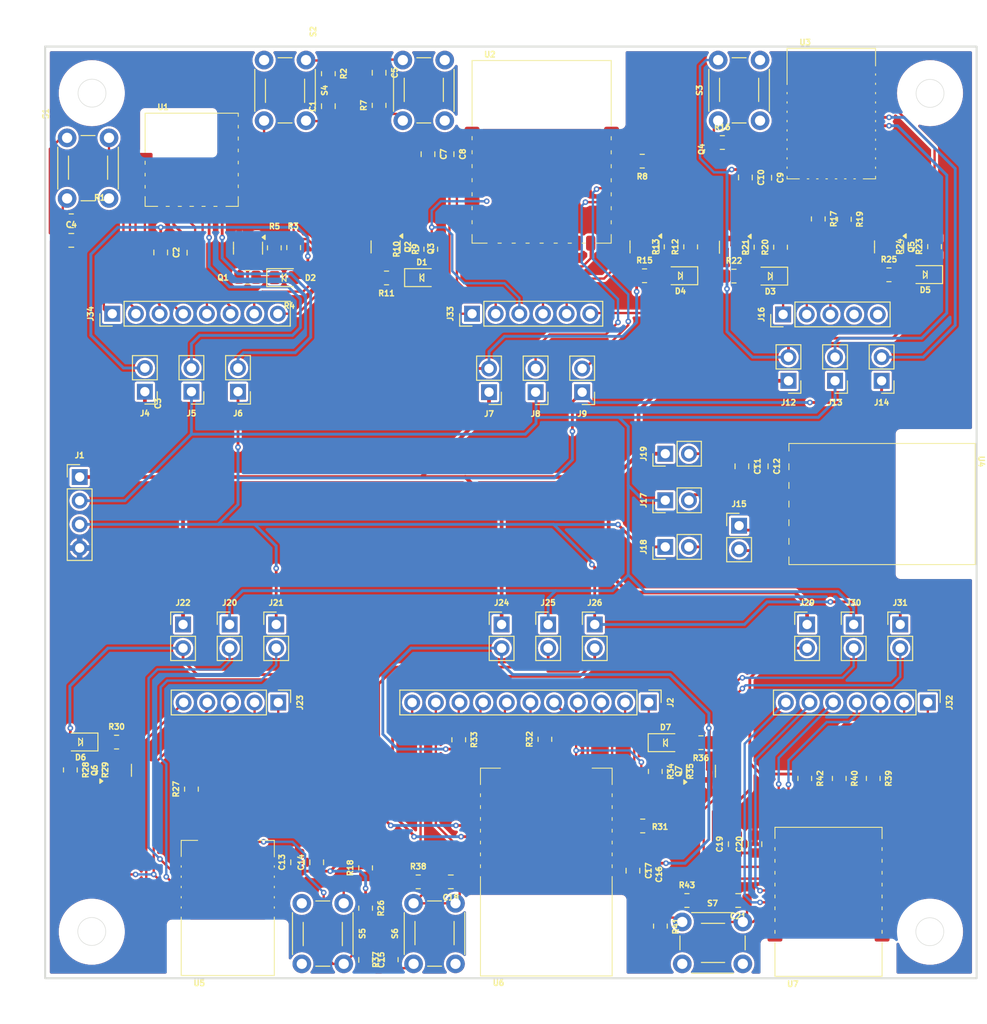
<source format=kicad_pcb>
(kicad_pcb (version 20240108) (generator "pcbnew") (generator_version "8.0")
  (layers (0 "F.Cu" signal) (31 "B.Cu" signal) (34 "B.Paste" user) (35 "F.Paste" user) (36 "B.SilkS" user "B.Silkscreen") (37 "F.SilkS" user "F.Silkscreen") (38 "B.Mask" user) (39 "F.Mask" user) (44 "Edge.Cuts" user))
  (net 0 "")
  (net 1 "+3.3V")
  (net 2 "GND")
  (net 3 "RX")
  (net 4 "TX")
  (net 5 "RST_1")
  (net 6 "RELOAD_1")
  (net 7 "RST_2")
  (net 8 "VCC2")
  (net 9 "VCC3")
  (net 10 "VCC4")
  (net 11 "VCC5")
  (net 12 "LINK")
  (net 13 "Net-(Q1-C)")
  (net 14 "Net-(Q1-B)")
  (net 16 "Net-(R2-Pad1)")
  (net 18 "RST_5")
  (net 19 "VCC6")
  (net 20 "RST_6")
  (net 22 "VCC7")
  (net 23 "RST_7")
  (net 25 "Net-(D1-K)")
  (net 26 "Net-(D3-A)")
  (net 27 "Net-(D4-A)")
  (net 29 "Net-(D5-A)")
  (net 31 "Net-(D6-K)")
  (net 34 "Net-(D7-A)")
  (net 40 "WAKEUP_1")
  (net 41 "GPIO2_1")
  (net 43 "ADC_1")
  (net 46 "GPIO1_1")
  (net 47 "GPIO3_1")
  (net 49 "SWDIO_1")
  (net 51 "SWCLK_1")
  (net 55 "TX2")
  (net 57 "RX2")
  (net 58 "OUTPUT2_2")
  (net 63 "OUTPUT1_2")
  (net 68 "STATUS")
  (net 69 "EINT2_2")
  (net 70 "ALED")
  (net 71 "EINT1_2")
  (net 72 "TX3")
  (net 73 "RX3")
  (net 74 "IO1")
  (net 75 "IO2")
  (net 76 "PC6_SLEEP_INPUT")
  (net 77 "PA4_CONNECTED_OUTPUT")
  (net 78 "PA4_MODE_OUTPUT")
  (net 79 "PC5_KEY_INPUT")
  (net 81 "PC7_SLEEP_OUTPUT")
  (net 82 "TX4")
  (net 85 "RX4")
  (net 86 "TX5")
  (net 87 "RX5")
  (net 88 "SWDIO_5")
  (net 89 "DATA_5")
  (net 90 "LINK_5")
  (net 91 "SWCLK_5")
  (net 92 "WKP_5")
  (net 93 "TX6")
  (net 94 "RX6")
  (net 95 "LINK_6")
  (net 96 "DATA_6")
  (net 99 "MODE_6")
  (net 100 "SDA_6")
  (net 101 "SCL_6")
  (net 102 "P0.6")
  (net 105 "P0.0")
  (net 107 "DISC_6")
  (net 108 "P0.7")
  (net 109 "WKP_6")
  (net 113 "P0.1")
  (net 114 "TX7")
  (net 115 "RX7")
  (net 116 "WKP_7")
  (net 117 "MOD_7")
  (net 119 "DISC_7")
  (net 120 "DATA_7")
  (net 121 "LINK_7")
  (net 122 "CTS_7")
  (net 123 "RTS_7")
  (net 127 "Net-(Q2-C)")
  (net 128 "Net-(Q2-B)")
  (net 133 "Net-(Q3-B)")
  (net 134 "Net-(Q4-B)")
  (net 135 "Net-(Q5-B)")
  (net 136 "Net-(Q6-B)")
  (net 138 "Net-(Q6-C)")
  (net 139 "Net-(Q7-B)")
  (net 141 "Net-(R7-Pad1)")
  (net 142 "Net-(D2-K)")
  (net 143 "Net-(R18-Pad1)")
  (net 144 "Net-(R37-Pad1)")
  (net 145 "Net-(R41-Pad1)")
  (net 146 "RX1")
  (net 147 "VCC1")
  (net 148 "TX1")
  (net 149 "PWRC")
  (net 150 "RST_3")
  (net 151 "Net-(R1-Pad1)")
  (footprint "Connector_PinHeader_2.54mm:PinHeader_1x02_P2.54mm_Vertical" (layer "F.Cu") (at 171.9 94.97)
    (property "Reference" "J15")
    (property "Value" "Screw_Terminal_01x02")
  )
  (footprint "1-Resistor:R_0805_2012Metric" (layer "F.Cu") (at 166.7 65.045 90)
    (property "Reference" "R12")
    (property "Value" "1k" (hide yes))
  )
  (footprint "Connector_PinHeader_2.54mm:PinHeader_1x02_P2.54mm_Vertical" (layer "F.Cu") (at 163.975 92.245 90)
    (property "Reference" "J17")
    (property "Value" "Screw_Terminal_01x02")
  )
  (footprint "1-Resistor:R_0805_2012Metric" (layer "F.Cu") (at 186.3 122.095 -90)
    (property "Reference" "R39")
    (property "Value" "10k" (hide yes))
  )
  (footprint "1-Resistor:R_0805_2012Metric" (layer "F.Cu") (at 161.5 55.845 180)
    (property "Reference" "R8")
    (property "Value" "10K" (hide yes))
  )
  (footprint "1-Resistor:R_0805_2012Metric" (layer "F.Cu") (at 178.95 122.095 -90)
    (property "Reference" "R42")
    (property "Value" "10k" (hide yes))
  )
  (footprint "Connector_PinHeader_2.54mm:PinHeader_1x04_P2.54mm_Vertical" (layer "F.Cu") (at 101.1 89.745)
    (property "Reference" "J1")
    (property "Value" "Screw_Terminal_01x04")
  )
  (footprint "Connector_PinHeader_2.54mm:PinHeader_1x05_P2.54mm_Vertical" (layer "F.Cu") (at 122.42 113.945 -90)
    (property "Reference" "J23")
    (property "Value" "Screw_Terminal_01x05")
  )
  (footprint "1-Switch:SW_PUSH_6mm_H7.3mm" (layer "F.Cu") (at 102 56.595 90)
    (property "Reference" "S1")
    (property "Value" "SW_PUSH_6mm_H7.3mm")
  )
  (footprint "Connector_PinHeader_2.54mm:PinHeader_1x02_P2.54mm_Vertical" (layer "F.Cu") (at 113.1 80.585 180)
    (property "Reference" "J5")
    (property "Value" "Screw_Terminal_01x02")
  )
  (footprint "1-Resistor:R_0805_2012Metric" (layer "F.Cu") (at 127.8 46.4575 -90)
    (property "Reference" "R2")
    (property "Value" "100" (hide yes))
  )
  (footprint "1-Resistor:R_0805_2012Metric" (layer "F.Cu") (at 138.797142 65.295 90)
    (property "Reference" "R9")
    (property "Value" "1k" (hide yes))
  )
  (footprint "Connector_PinHeader_2.54mm:PinHeader_1x02_P2.54mm_Vertical" (layer "F.Cu") (at 117.2 105.57)
    (property "Reference" "J20")
    (property "Value" "Screw_Terminal_01x02")
  )
  (footprint "Connector_PinHeader_2.54mm:PinHeader_1x08_P2.54mm_Vertical" (layer "F.Cu") (at 104.6 72.22 90)
    (property "Reference" "J34")
    (property "Value" "Screw_Terminal_01x08")
  )
  (footprint "1-Resistor:R_0805_2012Metric" (layer "F.Cu") (at 190.7875 65.02 90)
    (property "Reference" "R24")
    (property "Value" "10k" (hide yes))
  )
  (footprint "Connector_PinHeader_2.54mm:PinHeader_1x05_P2.54mm_Vertical" (layer "F.Cu") (at 176.625 72.295 90)
    (property "Reference" "J16")
    (property "Value" "Screw_Terminal_01x05")
  )
  (footprint "1-Module:WL6601-TC" (layer "F.Cu") (at 187.25 92.645 -90)
    (property "Reference" "U4")
    (property "Value" "WL6601-TC" (hide yes))
  )
  (footprint "1-Module:E104-BT5010A" (layer "F.Cu") (at 181.5 135.34)
    (property "Reference" "U7")
    (property "Value" "E104-BT5010A" (hide yes))
  )
  (footprint "1-Capacitor:C_0805_2012Metric" (layer "F.Cu") (at 174.275 88.595 -90)
    (property "Reference" "C12")
    (property "Value" "10n" (hide yes))
  )
  (footprint "1-Resistor:R_0805_2012Metric" (layer "F.Cu") (at 141.8 117.945 -90)
    (property "Reference" "R33")
    (property "Value" "10k" (hide yes))
  )
  (footprint "Connector_PinHeader_2.54mm:PinHeader_1x02_P2.54mm_Vertical" (layer "F.Cu") (at 189.2 105.57)
    (property "Reference" "J31")
    (property "Value" "Screw_Terminal_01x02")
  )
  (footprint "1-Switch:SW_PUSH_6mm_H7.3mm" (layer "F.Cu") (at 123.15 48.245 -90)
    (property "Reference" "S4")
    (property "Value" "SW_PUSH_6mm_H7.3mm")
  )
  (footprint "1-Resistor:R_0805_2012Metric" (layer "F.Cu") (at 119.125 68.3075 180)
    (property "Reference" "R4")
    (property "Value" "2k2" (hide yes))
  )
  (footprint "1-Capacitor:C_0805_2012Metric" (layer "F.Cu") (at 171.49 129.145 90)
    (property "Reference" "C19")
    (property "Value" "100n" (hide yes))
  )
  (footprint "Connector_PinHeader_2.54mm:PinHeader_1x02_P2.54mm_Vertical" (layer "F.Cu") (at 163.975 87.245 90)
    (property "Reference" "J19")
    (property "Value" "Screw_Terminal_01x02")
  )
  (footprint "1-Resistor:R_0805_2012Metric" (layer "F.Cu") (at 165 121.345 -90)
    (property "Reference" "R35")
    (property "Value" "10k" (hide yes))
  )
  (footprint "1-Pinhead:PinHeader_1x07_P2.54mm_Vertical" (layer "F.Cu") (at 192.16 113.945 -90)
    (property "Reference" "J32")
    (property "Value" "Screw_Terminal_01x07")
  )
  (footprint "Package_TO_SOT_SMD:SOT-23" (layer "F.Cu") (at 161.747142 65.045 -90)
    (property "Reference" "Q3")
    (property "Value" "MMBT3904")
  )
  (footprint "1-Capacitor:C_0805_2012Metric" (layer "F.Cu") (at 173.6 129.145 90)
    (property "Reference" "C20")
    (property "Value" "10n" (hide yes))
  )
  (footprint "1-Module:WH-BLE103a" (layer "F.Cu") (at 113.1275 55.695)
    (property "Reference" "U1")
    (property "Value" "WH-BLE103a" (hide yes))
  )
  (footprint "1-Capacitor:C_0805_2012Metric" (layer "F.Cu") (at 140.95 133.195 180)
    (property "Reference" "C18")
    (property "Value" "100n" (hide yes))
  )
  (footprint "1-Switch:SW_PUSH_6mm_H7.3mm" (layer "F.Cu") (at 139.2 138.745 90)
    (property "Reference" "S6")
    (property "Value" "SW_PUSH_6mm_H7.3mm")
  )
  (footprint "1-Resistor:R_0805_2012Metric" (layer "F.Cu") (at 164.6 65.045 90)
    (property "Reference" "R13")
    (property "Value" "10k" (hide yes))
  )
  (footprint "1-Resistor:R_0805_2012Metric" (layer "F.Cu") (at 134.047142 68.38 180)
    (property "Reference" "R11")
    (property "Value" "2k2" (hide yes))
  )
  (footprint "1-Resistor:R_0805_2012Metric" (layer "F.Cu") (at 174.25 65.0825 90)
    (property "Reference" "R21")
    (property "Value" "10k" (hide yes))
  )
  (footprint "1-Capacitor:C_0805_2012Metric" (layer "F.Cu") (at 138.497142 55.095 -90)
    (property "Reference" "C7")
    (property "Value" "100n" (hide yes))
  )
  (footprint "Package_TO_SOT_SMD:SOT-23" (layer "F.Cu") (at 167.8 121.32 90)
    (property "Reference" "Q7")
    (property "Value" "MMBT3904")
  )
  (footprint "Package_TO_SOT_SMD:SOT-23" (layer "F.Cu") (at 105.1 121.22 90)
    (property "Reference" "Q6")
    (property "Value" "MMBT3904")
  )
  (footprint "1-Led:LED_0805" (layer "F.Cu") (at 164 118.2575)
    (property "Reference" "D7")
    (property "Value" "LED")
  )
  (footprint "1-Led:LED_0805" (layer "F.Cu") (at 175.25 68.1825 180)
    (property "Reference" "D3")
    (property "Value" "LED")
  )
  (footprint "Connector_PinHeader_2.54mm:PinHeader_1x02_P2.54mm_Vertical" (layer "F.Cu") (at 163.975 97.245 90)
    (property "Reference" "J18")
    (property "Value" "Screw_Terminal_01x02")
  )
  (footprint "1-Capacitor:C_0805_2012Metric" (layer "F.Cu") (at 131.8 141.57 -90)
    (property "Reference" "C15")
    (property "Value" "100n" (hide yes))
  )
  (footprint "1-Capacitor:C_0805_2012Metric" (layer "F.Cu") (at 111.9 65.67 -90)
    (property "Reference" "C3")
    (property "Value" "10n" (hide yes))
  )
  (footprint "Connector_PinHeader_2.54mm:PinHeader_1x02_P2.54mm_Vertical" (layer "F.Cu") (at 182.2 79.42 180)
    (property "Reference" "J13")
    (property "Value" "Screw_Terminal_01x02")
  )
  (footprint "1-Switch:SW_PUSH_6mm_H7.3mm" (layer "F.Cu") (at 169.05 139.745002)
    (property "Reference" "S7")
    (property "Value" "SW_PUSH_6mm_H7.3mm")
  )
  (footprint "Connector_PinHeader_2.54mm:PinHeader_1x02_P2.54mm_Vertical" (layer "F.Cu") (at 112.2 105.57)
    (property "Reference" "J22")
    (property "Value" "Screw_Terminal_01x02")
  )
  (footprint "1-Capacitor:C_0805_2012Metric" (layer "F.Cu") (at 127.8 49.945 90)
    (property "Reference" "C1")
    (property "Value" "100n" (hide yes))
  )
  (footprint "1-Resistor:R_0805_2012Metric" (layer "F.Cu") (at 176.35 65.0825 90)
    (property "Reference" "R20")
    (property "Value" "1k" (hide yes))
  )
  (footprint "1-Resistor:R_0805_2012Metric" (layer "F.Cu") (at 183.2 62.0825 -90)
    (property "Reference" "R19")
    (property "Value" "10k" (hide yes))
  )
  (footprint "1-Resistor:R_0805_2012Metric" (layer "F.Cu") (at 136.772142 65.295 90)
    (property "Reference" "R10")
    (property "Value" "10k" (hide yes))
  )
  (footprint "1-Capacitor:C_0805_2012Metric" (layer "F.Cu") (at 140.547142 55.095 -90)
    (property "Reference" "C8")
    (property "Value" "10n" (hide yes))
  )
  (footprint "1-Module:E104-BT52" (layer "F.Cu") (at 117 135.995)
    (property "Reference" "U5")
    (property "Value" "E104-BT52" (hide yes))
  )
  (footprint "1-Capacitor:C_0805_2012Metric" (layer "F.Cu") (at 172.2 88.595 -90)
    (property "Reference" "C11")
    (property "Value" "100n" (hide yes))
  )
  (footprint "1-Led:LED_0805" (layer "F.Cu") (at 165.6 68.145 180)
    (property "Reference" "D4")
    (property "Value" "LED")
  )
  (footprint "Connector_PinHeader_2.54mm:PinHeader_1x02_P2.54mm_Vertical" (layer "F.Cu") (at 145.05 80.635 180)
    (property "Reference" "J7")
    (property "Value" "Screw_Terminal_01x02")
  )
  (footprint "1-Resistor:R_0805_2012Metric" (layer "F.Cu") (at 161.747142 68.145)
    (property "Reference" "R15")
    (property "Value" "2k2" (hide yes))
  )
  (footprint "1-Resistor:R_0805_2012Metric" (layer "F.Cu") (at 100.2 62.245)
    (property "Reference" "R1")
    (property "Value" "100" (hide yes))
  )
  (footprint "1-Led:LED_0805" (layer "F.Cu") (at 123.05 68.345)
    (property "Reference" "D2")
    (property "Value" "LED")
  )
  (footprint "1-Module:E104-BT01" (layer "F.Cu") (at 151.2 132.145)
    (property "Reference" "U6")
    (property "Value" "E104-BT01" (hide yes))
  )
  (footprint "Connector_PinHeader_2.54mm:PinHeader_1x02_P2.54mm_Vertical" (layer "F.Cu") (at 156.4 105.57)
    (property "Reference" "J26")
    (property "Value" "Screw_Terminal_01x02")
  )
  (footprint "1-Resistor:R_0805_2012Metric" (layer "F.Cu") (at 113.1 123.245 90)
    (property "Reference" "R27")
    (property "Value" "10k" (hide yes))
  )
  (footprint "1-Led:LED_0805" (layer "F.Cu") (at 191.8875 68.02 180)
    (property "Reference" "D5")
    (property "Value" "LED")
  )
  (footprint "1-Resistor:R_0805_2012Metric" (layer "F.Cu") (at 163.45 137.945 -90)
    (property "Reference" "R41")
    (property "Value" "100" (hide yes))
  )
  (footprint "1-Resistor:R_0805_2012Metric" (layer "F.Cu") (at 137.45 133.195)
    (property "Reference" "R38")
    (property "Value" "10k" (hide yes))
  )
  (footprint "1-Capacitor:C_0805_2012Metric" (layer "F.Cu") (at 133.247142 46.3575 -90)
    (property "Reference" "C5")
    (property "Value" "100n" (hide yes))
  )
  (footprint "1-Resistor:R_0805_2012Metric" (layer "F.Cu") (at 162.9 121.345 -90)
    (property "Reference" "R34")
    (property "Value" "1k" (hide yes))
  )
  (footprint "1-Resistor:R_0805_2012Metric" (layer "F.Cu") (at 100.1 121.1825 -90)
    (property "Reference" "R28")
    (property "Value" "1k" (hide yes))
  )
  (footprint "1-Resistor:R_0805_2012Metric" (layer "F.Cu") (at 124.075 65.12 90)
    (property "Reference" "R3")
    (property "Value" "1k" (hide yes))
  )
  (footprint "1-Resistor:R_0805_2012Metric" (layer "F.Cu") (at 151.05 117.895 90)
    (property "Reference" "R32")
    (property "Value" "10k" (hide yes))
  )
  (footprint "1-Capacitor:C_0805_2012Metric" (layer "F.Cu") (at 172.575 57.595 -90)
    (property "Reference" "C10")
    (property "Value" "10n" (hide yes))
  )
  (footprint "Connector_PinHeader_2.54mm:PinHeader_1x02_P2.54mm_Vertical" (layer "F.Cu") (at 150.05 80.635 180)
    (property "Reference" "J8")
    (property "Value" "Screw_Terminal_01x02")
  )
  (footprint "1-Resistor:R_0805_2012Metric" (layer "F.Cu") (at 182.65 122.095 -90)
    (property "Reference" "R40")
    (property "Value" "10k" (hide yes))
  )
  (footprint "1-Module:YM23" (layer "F.Cu") (at 150.7 54.845)
    (property "Reference" "U2")
    (property "Value" "YM23" (hide yes))
  )
  (footprint "Connector_PinHeader_2.54mm:PinHeader_1x02_P2.54mm_Vertical" (layer "F.Cu") (at 108.1 80.585 180)
    (property "Reference" "J4")
    (property "Value" "Screw_Terminal_01x02")
  )
  (footprint "1-Resistor:R_0805_2012Metric" (layer "F.Cu") (at 167.8 118.2575 180)
    (property "Reference" "R36")
    (property "Value" "2k2" (hide yes))
  )
  (footprint "1-Resistor:R_0805_2012Metric" (layer "F.Cu") (at 134.55 141.545 90)
    (property "Reference" "R37")
    (property "Value" "100" (hide yes))
  )
  (footprint "1-Resistor:R_0805_2012Metric" (layer "F.Cu") (at 102.2 121.1825 -90)
    (property "Reference" "R29")
    (property "Value" "10k" (hide yes))
  )
  (footprint "1-Resistor:R_0805_2012Metric" (layer "F.Cu") (at 105.0625 118.195)
    (property "Reference" "R30")
    (property "Value" "2k2" (hide yes))
  )
  (footprint "Package_TO_SOT_SMD:SOT-23" (layer "F.Cu") (at 133.947142 65.045 -90)
    (property "Reference" "Q2")
    (property "Value" "MMBT3904")
  )
  (footprint "1-Module:HLK-B40" (layer "F.Cu") (at 181.8 50.745)
    (property "Reference" "U3")
    (property "Value" "HLK-B40" (hide yes))
  )
  (footprint "1-Capacitor:C_0805_2012Metric" (layer "F.Cu") (at 100.2 64.345)
    (property "Reference" "C4")
    (property "Value" "100n" (hide yes))
  )
  (footprint "1-Resistor:R_0805_2012Metric" (layer "F.Cu") (at 122 65.145 90)
    (property "Reference" "R5")
    (property "Value" "10k" (hide yes))
  )
  (footprint "1-Capacitor:C_0805_2012Metric" (layer "F.Cu") (at 124.5 131.095 90)
    (property "Reference" "C13")
    (property "Value" "100n" (hide yes))
  )
  (footprint "Connector_PinHeader_2.54mm:PinHeader_1x02_P2.54mm_Vertical" (layer "F.Cu") (at 177.2 79.42 180)
    (property "Reference" "J12")
    (property "Value" "Screw_Terminal_01x02")
  )
  (footprint "Connector_PinHeader_2.54mm:PinHeader_1x02_P2.54mm_Vertical" (layer "F.Cu") (at 184.2 105.57)
    (property "Reference" "J30")
    (property "Value" "Screw_Terminal_01x02")
  )
  (footprint "Connector_PinHeader_2.54mm:PinHeader_1x06_P2.54mm_Vertical" (layer "F.Cu") (at 143.227142 72.22 90)
    (property "Reference" "J33")
    (property "Value" "Screw_Terminal_01x06")
  )
  (footprint "Connector_PinHeader_2.54mm:PinHeader_1x02_P2.54mm_Vertical" (layer "F.Cu") (at 187.2 79.42 180)
    (property "Reference" "J14")
    (property "Value" "Screw_Terminal_01x02")
  )
  (footprint "Connector_PinHeader_2.54mm:PinHeader_1x02_P2.54mm_Vertical" (layer "F.Cu") (at 118.1 80.585 180)
    (property "Reference" "J6")
    (property "Value" "Screw_Terminal_01x02")
  )
  (footprint "Connector_PinHeader_2.54mm:PinHeader_1x02_P2.54mm_Vertical" (layer "F.Cu") (at 155.05 80.635 180)
    (property "Reference" "J9")
    (property "Value" "Screw_Terminal_01x02")
  )
  (footprint "1-Capacitor:C_0805_2012Metric" (layer "F.Cu") (at 109.8 65.645 -90)
    (property "Reference" "C2")
    (property "Value" "100n" (hide yes))
  )
  (footprint "Connector_PinHeader_2.54mm:PinHeader_1x11_P2.54mm_Vertical" (layer "F.Cu") (at 162.2 113.945 -90)
    (property "Reference" "J2")
    (property "Value" "Screw_Terminal_01x11")
  )
  (footprint "1-Switch:SW_PUSH_6mm_H7.3mm" (layer "F.Cu") (at 171.9 48.245 90)
    (property "Reference" "S3")
    (property "Value" "SW_PUSH_6mm_H7.3mm")
  )
  (footprint "1-Resistor:R_0805_2012Metric" (layer "F.Cu") (at 180.4 62.045 -90)
    (property "Reference" "R17")
    (property "Value" "10k" (hide yes))
  )
  (footprint "1-Resistor:R_0805_2012Metric" (layer "F.Cu") (at 133.247142 49.8575 90)
    (property "Reference" "R7")
    (property "Value" "100" (hide yes))
  )
  (footprint "1-Led:LED_0805" (layer "F.Cu") (at 101.2 118.1825 180)
    (property "Reference" "D6")
    (property "Value" "LED")
  )
  (footprint "Connector_PinHeader_2.54mm:PinHeader_1x02_P2.54mm_Vertical" (layer "F.Cu") (at 122.2 105.57)
    (property "Reference" "J21")
    (property "Value" "Screw_Terminal_01x02")
  )
  (footprint "1-Resistor:R_0805_2012Metric" (layer "F.Cu") (at 171.35 68.1825)
    (property "Reference" "R22")
    (property "Value" "2k2" (hide yes))
  )
  (footprint "1-Resistor:R_0805_2012Metric" (layer "F.Cu") (at 166.3 135.195)
    (property "Reference" "R43")
    (property "Value" "10k" (hide yes))
  )
  (footprint "Package_TO_SOT_SMD:SOT-23" (layer "F.Cu") (at 119.175 65.1825 -90)
    (property "Reference" "Q1")
    (property "Value" "MMBT3904")
  )
  (footprint "1-Resistor:R_0805_2012Metric" (layer "F.Cu") (at 161.55 127.195)
    (property "Reference" "R31")
    (property "Value" "10k" (hide yes))
  )
  (footprint "1-Capacitor:C_0805_2012Metric" (layer "F.Cu") (at 126.55 131.095 90)
    (property "Reference" "C14")
    (property "Value" "10n" (hide yes))
  )
  (footprint "1-Resistor:R_0805_2012Metric" (layer "F.Cu") (at 170.1 53.845)
    (property "Reference" "R16")
    (property "Value" "10k" (hide yes))
  )
  (footprint "1-Led:LED_0805" (layer "F.Cu") (at 137.847142 68.345)
    (property "Reference" "D1")
    (property "Value" "LED")
  )
  (footprint "1-Switch:SW_PUSH_6mm_H7.3mm" (layer "F.Cu") (at 138.047142 48.245 90)
    (property "Reference" "S2")
    (property "Value" "SW_PUSH_6mm_H7.3mm")
  )
  (footprint "Connector_PinHeader_2.54mm:PinHeader_1x02_P2.54mm_Vertical" (layer "F.Cu") (at 151.4 105.57)
    (property "Reference" "J25")
    (property "Value" "Screw_Terminal_01x02")
  )
  (footprint "1-Resistor:R_0805_2012Metric" (layer "F.Cu") (at 131.8 136.02 -90)
    (property "Reference" "R26")
    (property "Value" "10k" (hide yes))
  )
  (footprint "1-Capacitor:C_0805_2012Metric" (layer "F.Cu") (at 174.65 57.62 -90)
    (property "Reference" "C9")
    (property "Value" "100n" (hide yes))
  )
  (footprint "1-Capacitor:C_0805_2012Metric" (layer "F.Cu") (at 162.575 132.02 -90)
    (property "Reference" "C16")
    (property "Value" "100n" (hide yes))
  )
  (footprint "Connector_PinHeader_2.54mm:PinHeader_1x02_P2.54mm_Vertical" (layer "F.Cu") (at 179.2 105.57)
    (property "Reference" "J29")
    (property "Value" "Screw_Terminal_01x02")
  )
  (footprint "1-Capacitor:C_0805_2012Metric" (layer "F.Cu") (at 160.5 131.995 -90)
    (property "Reference" "C17")
    (property "Value" "10n" (hide yes))
  )
  (footprint "1-Switch:SW_PUSH_6mm_H7.3mm" (layer "F.Cu") (at 127.2 138.745 -90)
    (property "Reference" "S5")
    (property "Value" "SW_PUSH_6mm_H7.3mm")
  )
  (footprint "1-Capacitor:C_0805_2012Metric" (layer "F.Cu") (at 171.8 135.195 180)
    (property "Reference" "C21")
    (property "Value" "100n" (hide yes))
  )
  (footprint "1-Resistor:R_0805_2012Metric" (layer "F.Cu") (at 131.8 131.695 90)
    (property "Reference" "R18")
    (property "Value" "100" (hide yes))
  )
  (footprint "Connector_PinHeader_2.54mm:PinHeader_1x02_P2.54mm_Vertical" (layer "F.Cu") (at 146.4 105.57)
    (property "Reference" "J24")
    (property "Value" "Screw_Terminal_01x02")
  )
  (footprint "Package_TO_SOT_SMD:SOT-23" (layer "F.Cu") (at 188 65.045 -90)
    (property "Reference" "Q5")
    (property "Value" "MMBT3904")
  )
  (footprint "1-Resistor:R_0805_2012Metric" (layer "F.Cu") (at 187.9875 68.045)
    (property "Reference" "R25")
    (property "Value" "2k2" (hide yes))
  )
  (footprint "Package_TO_SOT_SMD:SOT-23" (layer "F.Cu") (at 171.35 65.0825 -90)
    (property "Reference" "Q4")
    (property "Value" "MMBT3904")
  )
  (footprint "1-Resistor:R_0805_2012Metric" (layer "F.Cu") (at 192.8875 65.02 90)
    (property "Reference" "R23")
    (property "Value" "1k" (hide yes))
  )
  (gr_circle (center 102.4 138.52) (end 103.9 138.52) (stroke (width 0.05)) (fill none) (layer "Edge.Cuts"))
  (gr_circle (center 192.4 48.57) (end 190.9 48.57) (stroke (width 0.05)) (fill none) (layer "Edge.Cuts"))
  (gr_circle (center 102.425 48.545) (end 102.425 50.045) (stroke (width 0.05)) (fill none) (layer "Edge.Cuts"))
  (gr_circle (center 192.375 138.545) (end 192.375 137.045) (stroke (width 0.05)) (fill none) (layer "Edge.Cuts"))
  (gr_rect (start 97.4 43.545) (end 197.4 143.545) (stroke (width 0.2)) (fill none) (layer "Edge.Cuts"))
  (segment (start 161.1 87.245) (end 163.975 87.245) (width 0.4) (layer "F.Cu") (net 1))
  (segment (start 109.5 89.745) (end 137.8 89.745) (width 0.4) (layer "F.Cu") (net 1))
  (segment (start 179.2 105.57) (end 179.2 103.445) (width 0.4) (layer "F.Cu") (net 1))
  (segment (start 157.9 91.145) (end 156.5 89.745) (width 0.4) (layer "F.Cu") (net 1))
  (segment (start 108.1 87.145) (end 108.1 80.585) (width 0.4) (layer "F.Cu") (net 1))
  (segment (start 112.2 105.57) (end 112.2 92.445) (width 0.4) (layer "F.Cu") (net 1))
  (segment (start 157.9 100.045) (end 157.9 91.145) (width 0.4) (layer "F.Cu") (net 1))
  (segment (start 137.8 89.745) (end 145.05 82.495) (width 0.4) (layer "F.Cu") (net 1))
  (segment (start 145.05 82.495) (end 145.05 80.635) (width 0.4) (layer "F.Cu") (net 1))
  (segment (start 156.5 89.745) (end 158.6 89.745) (width 0.4) (layer "F.Cu") (net 1))
  (segment (start 101.1 89.745) (end 105.5 89.745) (width 0.4) (layer "F.Cu") (net 1))
  (segment (start 164.325 79.42) (end 177.2 79.42) (width 0.4) (layer "F.Cu") (net 1))
  (segment (start 105.5 89.745) (end 108.1 87.145) (width 0.4) (layer "F.Cu") (net 1))
  (segment (start 146.4 93.645) (end 142.5 89.745) (width 0.4) (layer "F.Cu") (net 1))
  (segment (start 112.2 92.445) (end 109.5 89.745) (width 0.4) (layer "F.Cu") (net 1))
  (segment (start 177.9 102.145) (end 160 102.145) (width 0.4) (layer "F.Cu") (net 1))
  (segment (start 142.5 89.745) (end 156.5 89.745) (width 0.4) (layer "F.Cu") (net 1))
  (segment (start 179.2 103.445) (end 177.9 102.145) (width 0.4) (layer "F.Cu") (net 1))
  (segment (start 161.1 87.245) (end 161.1 82.645) (width 0.4) (layer "F.Cu") (net 1))
  (segment (start 137.8 89.745) (end 142.5 89.745) (width 0.4) (layer "F.Cu") (net 1))
  (segment (start 158.6 89.745) (end 161.1 87.245) (width 0.4) (layer "F.Cu") (net 1))
  (segment (start 105.5 89.745) (end 109.5 89.745) (width 0.4) (layer "F.Cu") (net 1))
  (segment (start 146.4 105.57) (end 146.4 93.645) (width 0.4) (layer "F.Cu") (net 1))
  (segment (start 161.1 82.645) (end 164.325 79.42) (width 0.4) (layer "F.Cu") (net 1))
  (segment (start 160 102.145) (end 157.9 100.045) (width 0.4) (layer "F.Cu") (net 1))
  (segment (start 119.28 54.075) (end 118.1275 54.075) (width 0.5) (layer "F.Cu") (net 2))
  (segment (start 119.75 54.545) (end 119.28 54.075) (width 0.5) (layer "F.Cu") (net 2))
  (segment (start 119.46 56.635) (end 119.75 56.345) (width 0.5) (layer "F.Cu") (net 2))
  (segment (start 118.1275 56.635) (end 119.46 56.635) (width 0.5) (layer "F.Cu") (net 2))
  (segment (start 119.75 56.345) (end 119.75 54.545) (width 0.5) (layer "F.Cu") (net 2))
  (segment (start 155.102858 80.687858) (end 155.05 80.635) (width 0.3) (layer "F.Cu") (net 3))
  (segment (start 156.1 99.145) (end 156.4 99.445) (width 0.3) (layer "F.Cu") (net 3))
  (segment (start 189.2 104.445) (end 189.2 105.57) (width 0.3) (layer "F.Cu") (net 3))
  (segment (start 161.3 97.245) (end 163.975 97.245) (width 0.3) (layer "F.Cu") (net 3))
  (segment (start 158.9 94.845) (end 161.3 97.245) (width 0.3) (layer "F.Cu") (net 3))
  (segment (start 187.9 103.145) (end 189.2 104.445) (width 0.3) (layer "F.Cu") (net 3))
  (segment (start 187.2 80.545) (end 187.2 79.42) (width 0.3) (layer "F.Cu") (net 3))
  (segment (start 181.7 103.145) (end 187.9 103.145) (width 0.3) (layer "F.Cu") (net 3))
  (segment (start 122.2 99.545) (end 122.2 105.57) (width 0.3) (layer "F.Cu") (net 3))
  (segment (start 186 81.745) (end 187.2 80.545) (width 0.3) (layer "F.Cu") (net 3))
  (segment (start 154 81.685) (end 155.05 80.635) (width 0.3) (layer "F.Cu") (net 3))
  (segment (start 179.5 81.745) (end 186 81.745) (width 0.3) (layer "F.Cu") (net 3))
  (segment (start 156.4 99.445) (end 156.4 105.57) (width 0.3) (layer "F.Cu") (net 3))
  (segment (start 154 84.845) (end 154 81.685) (width 0.3) (layer "F.Cu") (net 3))
  (segment (start 118.1 86.545) (end 118.1 80.585) (width 0.3) (layer "F.Cu") (net 3))
  (via (at 181.7 103.145) (size 0.6) (drill 0.3) (layers "F.Cu" "B.Cu") (net 3))
  (via (at 122.2 99.545) (size 0.6) (drill 0.3) (layers "F.Cu" "B.Cu") (net 3))
  (via (at 156.1 99.145) (size 0.6) (drill 0.3) (layers "F.Cu" "B.Cu") (net 3))
  (via (at 158.9 94.845) (size 0.6) (drill 0.3) (layers "F.Cu" "B.Cu") (net 3))
  (via (at 118.1 86.545) (size 0.6) (drill 0.3) (layers "F.Cu" "B.Cu") (net 3))
  (via (at 154 84.845) (size 0.6) (drill 0.3) (layers "F.Cu" "B.Cu") (net 3))
  (via (at 179.5 81.745) (size 0.6) (drill 0.3) (layers "F.Cu" "B.Cu") (net 3))
  (segment (start 151.98 94.825) (end 152 94.845) (width 0.3) (layer "B.Cu") (net 3))
  (segment (start 122.2 97.145) (end 122.2 99.545) (width 0.3) (layer "B.Cu") (net 3))
  (segment (start 115.97 94.825) (end 116.075 94.72) (width 0.3) (layer "B.Cu") (net 3))
  (segment (start 101.1 94.825) (end 115.97 94.825) (width 0.3) (layer "B.Cu") (net 3))
  (segment (start 156.16 81.745) (end 155.05 80.635) (width 0.3) (layer "B.Cu") (net 3))
  (segment (start 175.1 103.145) (end 181.7 103.145) (width 0.3) (layer "B.Cu") (net 3))
  (segment (start 174.3 103.745) (end 174.9 103.145) (width 0.3) (layer "B.Cu") (net 3))
  (segment (start 179.5 81.745) (end 156.16 81.745) (width 0.3) (layer "B.Cu") (net 3))
  (segment (start 154 87.895) (end 154 84.845) (width 0.3) (layer "B.Cu") (net 3))
  (segment (start 118.1 89.845) (end 152.05 89.845) (width 0.3) (layer "B.Cu") (net 3))
  (segment (start 156.1 99.145) (end 156.1 98.945) (width 0.3) (layer "B.Cu") (net 3))
  (segment (start 119.88 94.825) (end 122.2 97.145) (width 0.3) (layer "B.Cu") (net 3))
  (segment (start 156.1 98.945) (end 151.98 94.825) (width 0.3) (layer "B.Cu") (net 3))
  (segment (start 118.1 89.845) (end 118.1 86.545) (width 0.3) (layer "B.Cu") (net 3))
  (segment (start 172.475 105.57) (end 174.3 103.745) (width 0.3) (layer "B.Cu") (net 3))
  (segment (start 116.075 94.72) (end 118.1 92.695) (width 0.3) (layer "B.Cu") (net 3))
  (segment (start 174.9 103.145) (end 175.1 103.145) (width 0.3) (layer "B.Cu") (net 3))
  (segment (start 118.1 92.695) (end 118.1 89.845) (width 0.3) (layer "B.Cu") (net 3))
  (segment (start 152.05 89.845) (end 154 87.895) (width 0.3) (layer "B.Cu") (net 3))
  (segment (start 156.4 105.57) (end 172.475 105.57) (width 0.3) (layer "B.Cu") (net 3))
  (segment (start 152 94.845) (end 158.9 94.845) (width 0.3) (layer "B.Cu") (net 3))
  (segment (start 151.98 94.825) (end 119.88 94.825) (width 0.3) (layer "B.Cu") (net 3))
  (segment (start 115.97 94.825) (end 119.88 94.825) (width 0.3) (layer "B.Cu") (net 3))
  (segment (start 117.2 103.345) (end 117.2 105.57) (width 0.3) (layer "B.Cu") (net 4))
  (segment (start 160 100.245) (end 158.3 101.945) (width 0.3) (layer "B.Cu") (net 4))
  (segment (start 113.1 85.145) (end 148.95 85.145) (width 0.3) (layer "B.Cu") (net 4))
  (segment (start 184.2 103.745) (end 182.5 102.045) (width 0.3) (layer "B.Cu") (net 4))
  (segment (start 160 84.345) (end 159 83.345) (width 0.3) (layer "B.Cu") (net 4))
  (segment (start 150.1 80.685) (end 150.1 83.195) (width 0.3) (layer "B.Cu") (net 4))
  (segment (start 151.4 102.745) (end 151.4 105.57) (width 0.3) (layer "B.Cu") (net 4))
  (segment (start 180.4 83.345) (end 182.2 81.545) (width 0.3) (layer "B.Cu") (net 4))
  (segment (start 161.6 92.245) (end 160 90.645) (width 0.3) (layer "B.Cu") (net 4))
  (segment (start 152.2 101.945) (end 118.6 101.945) (width 0.3) (layer "B.Cu") (net 4))
  (segment (start 161.8 102.045) (end 160 100.245) (width 0.3) (layer "B.Cu") (net 4))
  (segment (start 182.5 102.045) (end 161.8 102.045) (width 0.3) (layer "B.Cu") (net 4))
  (segment (start 158.3 101.945) (end 152.2 101.945) (width 0.3) (layer "B.Cu") (net 4))
  (segment (start 150.1 83.195) (end 150.25 83.345) (width 0.3) (layer "B.Cu") (net 4))
  (segment (start 163.975 92.245) (end 161.6 92.245) (width 0.3) (layer "B.Cu") (net 4))
  (segment (start 150.05 80.635) (end 150.1 80.685) (width 0.3) (layer "B.Cu") (net 4))
  (segment (start 113.1 85.145) (end 113.1 80.585) (width 0.3) (layer "B.Cu") (net 4))
  (segment (start 160 90.645) (end 160 84.345) (width 0.3) (layer "B.Cu") (net 4))
  (segment (start 105.96 92.285) (end 113.1 85.145) (width 0.3) (layer "B.Cu") (net 4))
  (segment (start 159 83.345) (end 180.4 83.345) (width 0.3) (layer "B.Cu") (net 4))
  (segment (start 101.1 92.285) (end 105.96 92.285) (width 0.3) (layer "B.Cu") (net 4))
  (segment (start 118.6 101.945) (end 117.2 103.345) (width 0.3) (layer "B.Cu") (net 4))
  (segment (start 152.2 101.945) (end 151.4 102.745) (width 0.3) (layer "B.Cu") (net 4))
  (segment (start 184.2 105.57) (end 184.2 103.745) (width 0.3) (layer "B.Cu") (net 4))
  (segment (start 150.1 83.995) (end 150.1 83.195) (width 0.3) (layer "B.Cu") (net 4))
  (segment (start 150.25 83.345) (end 159 83.345) (width 0.3) (layer "B.Cu") (net 4))
  (segment (start 148.95 85.145) (end 150.1 83.995) (width 0.3) (layer "B.Cu") (net 4))
  (segment (start 182.2 81.545) (end 182.2 79.42) (width 0.3) (layer "B.Cu") (net 4))
  (segment (start 160 100.245) (end 160 90.645) (width 0.3) (layer "B.Cu") (net 4))
  (segment (start 119.98 57.915) (end 120.9 56.995) (width 0.25) (layer "F.Cu") (net 5))
  (segment (start 127.8 50.895) (end 127.15 51.545) (width 0.25) (layer "F.Cu") (net 5))
  (segment (start 125.45 51.545) (end 125.4 51.495) (width 0.25) (layer "F.Cu") (net 5))
  (segment (start 118.1275 57.915) (end 119.98 57.915) (width 0.25) (layer "F.Cu") (net 5))
  (segment (start 120.9 56.995) (end 120.9 51.495) (width 0.25) (layer "F.Cu") (net 5))
  (segment (start 127.15 51.545) (end 125.45 51.545) (width 0.25) (layer "F.Cu") (net 5))
  (segment (start 97.9 63.545) (end 97.9 54.545) (width 0.25) (layer "F.Cu") (net 6))
  (segment (start 104.25 54.795) (end 104.81 55.355) (width 0.25) (layer "F.Cu") (net 6))
  (segment (start 98.7 64.345) (end 97.9 63.545) (width 0.25) (layer "F.Cu") (net 6))
  (segment (start 104.81 55.355) (end 108.1275 55.355) (width 0.25) (layer "F.Cu") (net 6))
  (segment (start 104.25 53.345) (end 104.25 54.795) (width 0.25) (layer "F.Cu") (net 6))
  (segment (start 97.9 54.545) (end 99.1 53.345) (width 0.25) (layer "F.Cu") (net 6))
  (segment (start 99.25 64.345) (end 98.7 64.345) (width 0.25) (layer "F.Cu") (net 6))
  (segment (start 99.1 53.345) (end 99.75 53.345) (width 0.25) (layer "F.Cu") (net 6))
  (segment (start 133.709642 44.945) (end 135.747142 44.945) (width 0.25) (layer "F.Cu") (net 7))
  (segment (start 133.247142 45.4075) (end 133.709642 44.945) (width 0.25) (layer "F.Cu") (net 7))
  (segment (start 135.747142 44.945) (end 135.797142 44.995) (width 0.25) (layer "F.Cu") (net 7))
  (segment (start 129.9 72.845) (end 135.15 78.095) (width 0.3) (layer "F.Cu") (net 8))
  (segment (start 135.15 78.095) (end 140.75 78.095) (width 0.3) (layer "F.Cu") (net 8))
  (segment (start 138.872142 68.345) (end 138.872142 76.217142) (width 0.25) (layer "F.Cu") (net 8))
  (segment (start 160.9 69.845) (end 160.9 68.210358) (width 0.3) (layer "F.Cu") (net 8))
  (segment (start 138.872142 76.217142) (end 140.75 78.095) (width 0.25) (layer "F.Cu") (net 8))
  (segment (start 140.547142 54.145) (end 140.7 54.145) (width 0.3) (layer "F.Cu") (net 8))
  (segment (start 140.7 54.145) (end 142.2 52.645) (width 0.3) (layer "F.Cu") (net 8))
  (segment (start 142.2 52.645) (end 143.23 52.645) (width 0.3) (layer "F.Cu") (net 8))
  (segment (start 138.497142 54.145) (end 140.547142 54.145) (width 0.3) (layer "F.Cu") (net 8))
  (segment (start 138.497142 54.145) (end 132.1 54.145) (width 0.3) (layer "F.Cu") (net 8))
  (segment (start 140.75 78.095) (end 145.05 78.095) (width 0.3) (layer "F.Cu") (net 8))
  (segment (start 129.9 56.345) (end 129.9 72.845) (width 0.3) (layer "F.Cu") (net 8))
  (segment (start 160.9 68.210358) (end 160.834642 68.145) (width 0.3) (layer "F.Cu") (net 8))
  (segment (start 132.1 54.145) (end 129.9 56.345) (width 0.3) (layer "F.Cu") (net 8))
  (via (at 160.9 69.845) (size 0.6) (drill 0.3) (layers "F.Cu" "B.Cu") (net 8))
  (segment (start 159.38995 74.645) (end 160.9 73.13495) (width 0.3) (layer "B.Cu") (net 8))
  (segment (start 145.05 76.295) (end 146.7 74.645) (width 0.3) (layer "B.Cu") (net 8))
  (segment (start 145.05 78.095) (end 145.05 76.295) (width 0.3) (layer "B.Cu") (net 8))
  (segment (start 160.9 73.13495) (end 160.9 69.845) (width 0.3) (layer "B.Cu") (net 8))
  (segment (start 146.7 74.645) (end 159.38995 74.645) (width 0.3) (layer "B.Cu") (net 8))
  (segment (start 177.2 75.645) (end 178 74.845) (width 0.3) (layer "F.Cu") (net 9))
  (segment (start 170.6 68.345) (end 170.4375 68.1825) (width 0.25) (layer "F.Cu") (net 9))
  (segment (start 188.4 74.845) (end 189.1 74.145) (width 0.3) (layer "F.Cu") (net 9))
  (segment (start 172.475 56.745) (end 172.575 56.645) (width 0.3) (layer "F.Cu") (net 9))
  (segment (start 189.1 74.145) (end 189.1 70.545) (width 0.3) (layer "F.Cu") (net 9))
  (segment (start 175.275 56.045) (end 177.05 56.045) (width 0.3) (layer "F.Cu") (net 9))
  (segment (start 177.2 76.88) (end 177.2 75.645) (width 0.3) (layer "F.Cu") (net 9))
  (segment (start 172.575 56.645) (end 174.625 56.645) (width 0.3) (layer "F.Cu") (net 9))
  (segment (start 174.625 56.645) (end 174.65 56.67) (width 0.3) (layer "F.Cu") (net 9))
  (segment (start 170.6 69.545) (end 170.6 68.345) (width 0.25) (layer "F.Cu") (net 9))
  (segment (start 188.4 69.845) (end 187.6 69.845) (width 0.3) (layer "F.Cu") (net 9))
  (segment (start 187.6 69.845) (end 187.075 69.32) (width 0.3) (layer "F.Cu") (net 9))
  (segment (start 174.65 56.67) (end 175.275 56.045) (width 0.3) (layer "F.Cu") (net 9))
  (segment (start 178 74.845) (end 188.4 74.845) (width 0.3) (layer "F.Cu") (net 9))
  (segment (start 189.1 70.545) (end 188.4 69.845) (width 0.3) (layer "F.Cu") (net 9))
  (segment (start 187.075 69.32) (end 187.075 68.045) (width 0.3) (layer "F.Cu") (net 9))
  (segment (start 171.1 56.745) (end 172.475 56.745) (width 0.3) (layer "F.Cu") (net 9))
  (via (at 170.6 69.545) (size 0.6) (drill 0.3) (layers "F.Cu" "B.Cu") (net 9))
  (via (at 171.1 56.745) (size 0.6) (drill 0.3) (layers "F.Cu" "B.Cu") (net 9))
  (segment (start 169.2 57.045) (end 170.6 57.045) (width 0.25) (layer "B.Cu") (net 9))
  (segment (start 169.65 44.995) (end 168.35 44.995) (width 0.25) (layer "B.Cu") (net 9))
  (segment (start 177.2 76.88) (end 173.335 76.88) (width 0.3) (layer "B.Cu") (net 9))
  (segment (start 167.7 45.645) (end 167.7 55.545) (width 0.25) (layer "B.Cu") (net 9))
  (segment (start 167.7 55.545) (end 169.2 57.045) (width 0.25) (layer "B.Cu") (net 9))
  (segment (start 170.6 57.045) (end 170.9 56.745) (width 0.3) (layer "B.Cu") (net 9))
  (segment (start 170.6 74.145) (end 170.6 57.045) (width 0.3) (layer "B.Cu") (net 9))
  (segment (start 170.9 56.745) (end 171.1 56.745) (width 0.3) (layer "B.Cu") (net 9))
  (segment (start 168.35 44.995) (end 167.7 45.645) (width 0.25) (layer "B.Cu") (net 9))
  (segment (start 173.335 76.88) (end 170.6 74.145) (width 0.3) (layer "B.Cu") (net 9))
  (segment (start 170.5 87.645) (end 172.2 87.645) (width 0.3) (layer "F.Cu") (net 10))
  (segment (start 174.275 87.645) (end 177.25 87.645) (width 0.3) (layer "F.Cu") (net 10))
  (segment (start 170.1 87.245) (end 170.5 87.645) (width 0.3) (layer "F.Cu") (net 10))
  (segment (start 166.515 87.245) (end 170.1 87.245) (width 0.3) (layer "F.Cu") (net 10))
  (segment (start 172.2 87.645) (end 174.275 87.645) (width 0.3) (layer "F.Cu") (net 10))
  (segment (start 127.3 110.945) (end 113.7 110.945) (width 0.3) (layer "F.Cu") (net 11))
  (segment (start 131.9125 134.995) (end 131.8 135.1075) (width 0.3) (layer "F.Cu") (net 11))
  (segment (start 124.5 132.695) (end 124.5 132.045) (width 0.3) (layer "F.Cu") (net 11))
  (segment (start 122 133.195) (end 124 133.195) (width 0.3) (layer "F.Cu") (net 11))
  (segment (start 100.1 118.1075) (end 100.175 118.1825) (width 0.3) (layer "F.Cu") (net 11))
  (segment (start 124.5 132.045) (end 128 132.045) (width 0.3) (layer "F.Cu") (net 11))
  (segment (start 128 132.045) (end 129.05 130.995) (width 0.3) (layer "F.Cu") (net 11))
  (segment (start 113.7 110.945) (end 112.2 109.445) (width 0.3) (layer "F.Cu") (net 11))
  (segment (start 131.8 135.1075) (end 131.8 133.895) (width 0.3) (layer "F.Cu") (net 11))
  (segment (start 112.2 109.445) (end 112.2 108.11) (width 0.3) (layer "F.Cu") (net 11))
  (segment (start 124 133.195) (end 124.5 132.695) (width 0.3) (layer "F.Cu") (net 11))
  (segment (start 129.05 112.695) (end 127.3 110.945) (width 0.3) (layer "F.Cu") (net 11))
  (segment (start 100.1 116.695) (end 100.1 118.1075) (width 0.3) (layer "F.Cu") (net 11))
  (segment (start 122 134.295) (end 122 133.195) (width 0.3) (layer "F.Cu") (net 11))
  (segment (start 129.05 130.995) (end 129.05 112.695) (width 0.3) (layer "F.Cu") (net 11))
  (via (at 128 132.045) (size 0.6) (drill 0.3) (layers "F.Cu" "B.Cu") (net 11))
  (via (at 100.1 116.695) (size 0.6) (drill 0.3) (layers "F.Cu" "B.Cu") (net 11))
  (via (at 131.8 133.895) (size 0.6) (drill 0.3) (layers "F.Cu" "B.Cu") (net 11))
  (segment (start 100.05 114.795) (end 100.05 112.195) (width 0.3) (layer "B.Cu") (net 11))
  (segment (start 100.05 114.795) (end 100.05 116.645) (width 0.3) (layer "B.Cu") (net 11))
  (segment (start 131.8 132.595) (end 131.25 132.045) (width 0.3) (layer "B.Cu") (net 11))
  (segment (start 104.135 108.11) (end 112.2 108.11) (width 0.3) (layer "B.Cu") (net 11))
  (segment (start 100.05 112.195) (end 104.135 108.11) (width 0.3) (layer "B.Cu") (net 11))
  (segment (start 100.05 116.645) (end 100.1 116.695) (width 0.3) (layer "B.Cu") (net 11))
  (segment (start 131.8 133.895) (end 131.8 132.595) (width 0.3) (layer "B.Cu") (net 11))
  (segment (start 131.25 132.045) (end 128 132.045) (width 0.3) (layer "B.Cu") (net 11))
  (segment (start 126.4 65.045) (end 125.5625 64.2075) (width 0.25) (layer "F.Cu") (net 12))
  (segment (start 125.5625 64.2075) (end 124.075 64.2075) (width 0.25) (layer "F.Cu") (net 12))
  (segment (start 124.075 64.2075) (end 124.075 61.82) (width 0.25) (layer "F.Cu") (net 12))
  (segment (start 121.45 59.195) (end 118.1275 59.195) (width 0.25) (layer "F.Cu") (net 12))
  (segment (start 119.84 70.705) (end 120.7 69.845) (width 0.25) (layer "F.Cu") (net 12))
  (segment (start 124.075 61.82) (end 121.45 59.195) (width 0.25) (layer "F.Cu") (net 12))
  (segment (start 120.7 69.845) (end 125.1 69.845) (width 0.25) (layer "F.Cu") (net 12))
  (segment (start 126.4 68.545) (end 126.4 65.045) (width 0.25) (layer "F.Cu") (net 12))
  (segment (start 125.1 69.845) (end 126.4 68.545) (width 0.25) (layer "F.Cu") (net 12))
  (segment (start 119.84 72.22) (end 119.84 70.705) (width 0.25) (layer "F.Cu") (net 12))
  (segment (start 118.2125 68.3075) (end 118.2125 67.6325) (width 0.25) (layer "F.Cu") (net 13))
  (segment (start 118.2125 67.6325) (end 119.175 66.67) (width 0.25) (layer "F.Cu") (net 13))
  (segment (start 119.175 66.67) (end 119.175 66.12) (width 0.25) (layer "F.Cu") (net 13))
  (segment (start 124.05 66.0575) (end 124.075 66.0325) (width 0.25) (layer "F.Cu") (net 14))
  (segment (start 122 66.0575) (end 120.8125 66.0575) (width 0.25) (layer "F.Cu") (net 14))
  (segment (start 120.125 65.37) (end 120.125 64.245) (width 0.25) (layer "F.Cu") (net 14))
  (segment (start 120.8125 66.0575) (end 120.125 65.37) (width 0.25) (layer "F.Cu") (net 14))
  (segment (start 122 66.0575) (end 124.05 66.0575) (width 0.25) (layer "F.Cu") (net 14))
  (segment (start 127.8 45.545) (end 127.3 45.045) (width 0.25) (layer "F.Cu") (net 16))
  (segment (start 127.3 45.045) (end 125.45 45.045) (width 0.25) (layer "F.Cu") (net 16))
  (segment (start 125.45 45.045) (end 125.4 44.995) (width 0.25) (layer "F.Cu") (net 16))
  (segment (start 131.8 136.9325) (end 131.8 140.62) (width 0.25) (layer "F.Cu") (net 18))
  (segment (start 130.825 140.62) (end 129.45 141.995) (width 0.25) (layer "F.Cu") (net 18))
  (segment (start 127.3 140.995) (end 127.3 134.345) (width 0.25) (layer "F.Cu") (net 18))
  (segment (start 120.85 128.895) (end 119.9 128.895) (width 0.25) (layer "F.Cu") (net 18))
  (segment (start 119.9 128.895) (end 119.75 128.745) (width 0.25) (layer "F.Cu") (net 18))
  (segment (start 127.55 141.245) (end 127.3 140.995) (width 0.25) (layer "F.Cu") (net 18))
  (segment (start 128.3 141.995) (end 127.55 141.245) (width 0.25) (layer "F.Cu") (net 18))
  (segment (start 124.95 141.995) (end 125.3 141.645) (width 0.25) (layer "F.Cu") (net 18))
  (segment (start 131.8 140.62) (end 130.825 140.62) (width 0.25) (layer "F.Cu") (net 18))
  (segment (start 129.45 141.995) (end 128.3 141.995) (width 0.25) (layer "F.Cu") (net 18))
  (via (at 120.85 128.895) (size 0.6) (drill 0.3) (layers "F.Cu" "B.Cu") (net 18))
  (via (at 127.3 134.345) (size 0.6) (drill 0.3) (layers "F.Cu" "B.Cu") (net 18))
  (segment (start 125.3 132.345) (end 125.3 130.245) (width 0.25) (layer "B.Cu") (net 18))
  (segment (start 127.3 134.345) (end 125.3 132.345) (width 0.25) (layer "B.Cu") (net 18))
  (segment (start 123.95 128.895) (end 120.85 128.895) (width 0.25) (layer "B.Cu") (net 18))
  (segment (start 125.3 130.245) (end 123.95 128.895) (width 0.25) (layer "B.Cu") (net 18))
  (segment (start 168.7125 116.7575) (end 168.65 116.695) (width 0.3) (layer "F.Cu") (net 19))
  (segment (start 160.34 130.885) (end 160.5 131.045) (width 0.3) (layer "F.Cu") (net 19))
  (segment (start 158.2 130.885) (end 160.34 130.885) (width 0.3) (layer "F.Cu") (net 19))
  (segment (start 164.05 131.195) (end 162.7 131.195) (width 0.3) (layer "F.Cu") (net 19))
  (segment (start 158.2 130.885) (end 162.39 130.885) (width 0.3) (layer "F.Cu") (net 19))
  (segment (start 140.4 118.945) (end 141.7125 118.945) (width 0.3) (layer "F.Cu") (net 19))
  (segment (start 168.7125 118.2575) (end 168.7125 116.7575) (width 0.3) (layer "F.Cu") (net 19))
  (segment (start 141.7125 118.945) (end 141.8 118.8575) (width 0.3) (layer "F.Cu") (net 19))
  (segment (start 162.39 130.885) (end 162.575 131.07) (width 0.3) (layer "F.Cu") (net 19))
  (segment (start 162.7 131.195) (end 162.575 131.07) (width 0.3) (layer "F.Cu") (net 19))
  (via (at 168.65 116.695) (size 0.6) (drill 0.3) (layers "F.Cu" "B.Cu") (net 19))
  (via (at 140.4 118.945) (size 0.6) (drill 0.3) (layers "F.Cu" "B.Cu") (net 19))
  (via (at 164.05 131.195) (size 0.6) (drill 0.3) (layers "F.Cu" "B.Cu") (net 19))
  (segment (start 166.4 130.895) (end 166.1 131.195) (width 0.3) (layer "B.Cu") (net 19))
  (segment (start 168.65 116.695) (end 168.65 119.245) (width 0.3) (layer "B.Cu") (net 19))
  (segment (start 135.25 118.945) (end 140.4 118.945) (width 0.3) (layer "B.Cu") (net 19))
  (segment (start 166.1 131.195) (end 164.05 131.195) (width 0.3) (layer "B.Cu") (net 19))
  (segment (start 147.55 110.895) (end 147.6 110.945) (width 0.3) (layer "B.Cu") (net 19))
  (segment (start 146.4 108.11) (end 146.4 109.745) (width 0.3) (layer "B.Cu") (net 19))
  (segment (start 168.65 115.095) (end 168.65 116.695) (width 0.3) (layer "B.Cu") (net 19))
  (segment (start 146.4 108.11) (end 136.685 108.11) (width 0.3) (layer "B.Cu") (net 19))
  (segment (start 168.65 119.245) (end 168.65 128.645) (width 0.3) (layer "B.Cu") (net 19))
  (segment (start 136.685 108.11) (end 133.65 111.145) (width 0.3) (layer "B.Cu") (net 19))
  (segment (start 147.6 110.945) (end 164.5 110.945) (width 0.3) (layer "B.Cu") (net 19))
  (segment (start 146.4 109.745) (end 147.55 110.895) (width 0.3) (layer "B.Cu") (net 19))
  (segment (start 133.65 117.345) (end 135.25 118.945) (width 0.3) (layer "B.Cu") (net 19))
  (segment (start 168.65 128.645) (end 166.4 130.895) (width 0.3) (layer "B.Cu") (net 19))
  (segment (start 164.5 110.945) (end 168.65 115.095) (width 0.3) (layer "B.Cu") (net 19))
  (segment (start 133.65 111.145) (end 133.65 117.345) (width 0.3) (layer "B.Cu") (net 19))
  (segment (start 141.9 135.045) (end 141.45 135.495) (width 0.25) (layer "F.Cu") (net 20))
  (segment (start 142.94 132.155) (end 144.13 132.155) (width 0.25) (layer "F.Cu") (net 20))
  (segment (start 138.3625 134.0825) (end 136.95 135.495) (width 0.25) (layer "F.Cu") (net 20))
  (segment (start 136.95 135.495) (end 141.45 135.495) (width 0.25) (layer "F.Cu") (net 20))
  (segment (start 141.9 133.195) (end 142.94 132.155) (width 0.25) (layer "F.Cu") (net 20))
  (segment (start 141.9 133.195) (end 141.9 135.045) (width 0.25) (layer "F.Cu") (net 20))
  (segment (start 138.3625 133.195) (end 138.3625 134.0825) (width 0.25) (layer "F.Cu") (net 20))
  (segment (start 174.225 121.62) (end 173.05 120.445) (width 0.3) (layer "F.Cu") (net 22))
  (segment (start 175.75 130.31) (end 173.815 130.31) (width 0.3) (layer "F.Cu") (net 22))
  (segment (start 176.285 108.11) (end 179.2 108.11) (width 0.3) (layer "F.Cu") (net 22))
  (segment (start 171.49 130.095) (end 170.1 128.705) (width 0.3) (layer "F.Cu") (net 22))
  (segment (start 170.1 126.245) (end 173.05 123.295) (width 0.3) (layer "F.Cu") (net 22))
  (segment (start 178.95 121.1825) (end 178.5125 121.62) (width 0.3) (layer "F.Cu") (net 22))
  (segment (start 170.1 128.705) (end 170.1 126.245) (width 0.3) (layer "F.Cu") (net 22))
  (segment (start 173.05 121.795) (end 173.05 111.345) (width 0.3) (layer "F.Cu") (net 22))
  (segment (start 173.05 120.445) (end 173.05 121.795) (width 0.3) (layer "F.Cu") (net 22))
  (segment (start 173.05 111.345) (end 176.285 108.11) (width 0.3) (layer "F.Cu") (net 22))
  (segment (start 173.6 130.095) (end 171.49 130.095) (width 0.3) (layer "F.Cu") (net 22))
  (segment (start 173.05 123.295) (end 173.05 121.795) (width 0.3) (layer "F.Cu") (net 22))
  (segment (start 173.815 130.31) (end 173.6 130.095) (width 0.3) (layer "F.Cu") (net 22))
  (segment (start 178.5125 121.62) (end 174.225 121.62) (width 0.3) (layer "F.Cu") (net 22))
  (segment (start 167.2125 135.195) (end 168.3 135.195) (width 0.25) (layer "F.Cu") (net 23))
  (segment (start 172.75 135.195) (end 172.75 137.045002) (width 0.25) (layer "F.Cu") (net 23))
  (segment (start 168.3 135.195) (end 170.600002 137.495002) (width 0.25) (layer "F.Cu") (net 23))
  (segment (start 172.3 137.495002) (end 173.399998 137.495002) (width 0.25) (layer "F.Cu") (net 23))
  (segment (start 172.75 137.045002) (end 172.3 137.495002) (width 0.25) (layer "F.Cu") (net 23))
  (segment (start 174.235 136.66) (end 175.75 136.66) (width 0.25) (layer "F.Cu") (net 23))
  (segment (start 170.600002 137.495002) (end 172.3 137.495002) (width 0.25) (layer "F.Cu") (net 23))
  (segment (start 173.399998 137.495002) (end 174.235 136.66) (width 0.25) (layer "F.Cu") (net 23))
  (segment (start 136.787142 68.38) (end 136.822142 68.345) (width 0.25) (layer "F.Cu") (net 25))
  (segment (start 134.959642 68.38) (end 136.787142 68.38) (width 0.25) (layer "F.Cu") (net 25))
  (segment (start 171.3 67.22) (end 171.3 66.07) (width 0.25) (layer "F.Cu") (net 26))
  (segment (start 172.2625 68.1825) (end 171.3 67.22) (width 0.25) (layer "F.Cu") (net 26))
  (segment (start 172.2625 68.1825) (end 174.225 68.1825) (width 0.25) (layer "F.Cu") (net 26))
  (segment (start 171.3 66.07) (end 171.35 66.02) (width 0.25) (layer "F.Cu") (net 26))
  (segment (start 162.659642 68.145) (end 164.575 68.145) (width 0.25) (layer "F.Cu") (net 27))
  (segment (start 161.747142 66.492142) (end 162.659642 67.404642) (width 0.25) (layer "F.Cu") (net 27))
  (segment (start 161.747142 65.9825) (end 161.747142 66.492142) (width 0.25) (layer "F.Cu") (net 27))
  (segment (start 162.659642 67.404642) (end 162.659642 68.145) (width 0.25) (layer "F.Cu") (net 27))
  (segment (start 188.9 66.8825) (end 188 65.9825) (width 0.25) (layer "F.Cu") (net 29))
  (segment (start 190.8375 68.045) (end 190.8625 68.02) (width 0.25) (layer "F.Cu") (net 29))
  (segment (start 188.9 68.045) (end 188.9 66.8825) (width 0.25) (layer "F.Cu") (net 29))
  (segment (start 188.9 68.045) (end 190.8375 68.045) (width 0.25) (layer "F.Cu") (net 29))
  (segment (start 104.1375 118.1825) (end 104.15 118.195) (width 0.25) (layer "F.Cu") (net 31))
  (segment (start 102.225 118.1825) (end 104.1375 118.1825) (width 0.25) (layer "F.Cu") (net 31))
  (segment (start 166.8875 118.2575) (end 165.025 118.2575) (width 0.25) (layer "F.Cu") (net 34))
  (segment (start 166.8875 119.8325) (end 166.8875 118.2575) (width 0.25) (layer "F.Cu") (net 34))
  (segment (start 167.8 120.3825) (end 167.4375 120.3825) (width 0.25) (layer "F.Cu") (net 34))
  (segment (start 167.4375 120.3825) (end 166.8875 119.8325) (width 0.25) (layer "F.Cu") (net 34))
  (segment (start 106.61 56.635) (end 108.1275 56.635) (width 0.25) (layer "F.Cu") (net 40))
  (segment (start 104.6 72.22) (end 104.175 72.22) (width 0.25) (layer "F.Cu") (net 40))
  (segment (start 105.8 64.445) (end 105.8 57.445) (width 0.25) (layer "F.Cu") (net 40))
  (segment (start 104.175 72.22) (end 103.7 71.745) (width 0.25) (layer "F.Cu") (net 40))
  (segment (start 103.7 66.545) (end 105.8 64.445) (width 0.25) (layer "F.Cu") (net 40))
  (segment (start 105.8 57.445) (end 106.61 56.635) (width 0.25) (layer "F.Cu") (net 40))
  (segment (start 103.7 71.745) (end 103.7 66.545) (width 0.25) (layer "F.Cu") (net 40))
  (segment (start 108.75 60.695) (end 109.9275 60.695) (width 0.25) (layer "F.Cu") (net 41))
  (segment (start 108.1 61.345) (end 108.75 60.695) (width 0.25) (layer "F.Cu") (net 41))
  (segment (start 112.22 72.22) (end 112.075 72.22) (width 0.25) (layer "F.Cu") (net 41))
  (segment (start 112.075 72.22) (end 108.1 68.245) (width 0.25) (layer "F.Cu") (net 41))
  (segment (start 108.1 68.245) (end 108.1 61.345) (width 0.25) (layer "F.Cu") (net 41))
  (segment (start 109.68 71.225) (end 109.68 72.22) (width 0.25) (layer "F.Cu") (net 43))
  (segment (start 107.1 68.645) (end 109.68 71.225) (width 0.25) (layer "F.Cu") (net 43))
  (segment (start 107.1 60.2225) (end 107.1 68.645) (width 0.25) (layer "F.Cu") (net 43))
  (segment (start 108.1275 59.195) (end 107.1 60.2225) (width 0.25) (layer "F.Cu") (net 43))
  (segment (start 106.5 65.345) (end 106.5 58.445) (width 0.25) (layer "F.Cu") (net 46))
  (segment (start 107.03 57.915) (end 108.1275 57.915) (width 0.25) (layer "F.Cu") (net 46))
  (segment (start 107.14 72.22) (end 107.14 71.785) (width 0.25) (layer "F.Cu") (net 46))
  (segment (start 106.5 58.445) (end 107.03 57.915) (width 0.25) (layer "F.Cu") (net 46))
  (segment (start 104.5 69.145) (end 104.5 67.345) (width 0.25) (layer "F.Cu") (net 46))
  (segment (start 107.14 71.785) (end 104.5 69.145) (width 0.25) (layer "F.Cu") (net 46))
  (segment (start 104.5 67.345) (end 106.5 65.345) (width 0.25) (layer "F.Cu") (net 46))
  (segment (start 122.38 72.22) (end 124.525 72.22) (width 0.25) (layer "F.Cu") (net 47))
  (segment (start 125.9 53.945) (end 124.1 53.945) (width 0.25) (layer "F.Cu") (net 47))
  (segment (start 118.8 49.145) (end 118.1275 49.8175) (width 0.25) (layer "F.Cu") (net 47))
  (segment (start 123.2 50.245) (end 122.1 49.145) (width 0.25) (layer "F.Cu") (net 47))
  (segment (start 122.1 49.145) (end 118.8 49.145) (width 0.25) (layer "F.Cu") (net 47))
  (segment (start 127.6 69.145) (end 127.6 55.645) (width 0.25) (layer "F.Cu") (net 47))
  (segment (start 127.6 55.645) (end 125.9 53.945) (width 0.25) (layer "F.Cu") (net 47))
  (segment (start 123.2 53.045) (end 123.2 50.245) (width 0.25) (layer "F.Cu") (net 47))
  (segment (start 124.1 53.945) (end 123.2 53.045) (width 0.25) (layer "F.Cu") (net 47))
  (segment (start 124.525 72.22) (end 127.6 69.145) (width 0.25) (layer "F.Cu") (net 47))
  (segment (start 118.1275 49.8175) (end 118.1275 51.515) (width 0.25) (layer "F.Cu") (net 47))
  (segment (start 113.7675 60.695) (end 113.7675 62.0125) (width 0.25) (layer "F.Cu") (net 49))
  (segment (start 113.7675 62.0125) (end 114.3 62.545) (width 0.25) (layer "F.Cu") (net 49))
  (segment (start 114.3 68.445) (end 117.3 71.445) (width 0.25) (layer "F.Cu") (net 49))
  (segment (start 117.3 71.445) (end 117.3 72.22) (width 0.25) (layer "F.Cu") (net 49))
  (segment (start 114.3 62.545) (end 114.3 68.445) (width 0.25) (layer "F.Cu") (net 49))
  (segment (start 114.76 70.105) (end 113.5 68.845) (width 0.25) (layer "F.Cu") (net 51))
  (segment (start 114.76 72.22) (end 114.76 70.105) (width 0.25) (layer "F.Cu") (net 51))
  (segment (start 113.5 62.945) (end 112.4875 61.9325) (width 0.25) (layer "F.Cu") (net 51))
  (segment (start 112.4875 61.9325) (end 112.4875 60.695) (width 0.25) (layer "F.Cu") (net 51))
  (segment (start 113.5 68.845) (end 113.5 62.945) (width 0.25) (layer "F.Cu") (net 51))
  (segment (start 158.1 60.245) (end 158.2 60.145) (width 0.25) (layer "F.Cu") (net 55))
  (segment (start 158.9 73.145) (end 157.6 74.445) (width 0.25) (layer "F.Cu") (net 55))
  (segment (start 157.6 74.445) (end 151.55 74.445) (width 0.25) (layer "F.Cu") (net 55))
  (segment (start 151.55 74.445) (end 150.05 75.945) (width 0.25) (layer "F.Cu") (net 55))
  (segment (start 150.05 75.945) (end 150.05 78.095) (width 0.25) (layer "F.Cu") (net 55))
  (segment (start 155.4 60.245) (end 158.1 60.245) (width 0.25) (layer "F.Cu") (net 55))
  (via (at 158.9 73.145) (size 0.6) (drill 0.3) (layers "F.Cu" "B.Cu") (net 55))
  (via (at 155.4 60.245) (size 0.6) (drill 0.3) (layers "F.Cu" "B.Cu") (net 55))
  (segment (start 155.4 60.245) (end 155 60.645) (width 0.25) (layer "B.Cu") (net 55))
  (segment (start 155 66.745) (end 158.9 70.645) (width 0.25) (layer "B.Cu") (net 55))
  (segment (start 158.9 70.645) (end 158.9 73.145) (width 0.25) (layer "B.Cu") (net 55))
  (segment (start 155 60.645) (end 155 66.745) (width 0.25) (layer "B.Cu") (net 55))
  (segment (start 160 73.445) (end 160 73.045) (width 0.25) (layer "F.Cu") (net 57))
  (segment (start 155.35 78.095) (end 158.3 75.145) (width 0.25) (layer "F.Cu") (net 57))
  (segment (start 158.1 58.745) (end 158.2 58.645) (width 0.25) (layer "F.Cu") (net 57))
  (segment (start 155.05 78.095) (end 155.35 78.095) (width 0.25) (layer "F.Cu") (net 57))
  (segment (start 156.7 58.745) (end 158.1 58.745) (width 0.25) (layer "F.Cu") (net 57))
  (segment (start 158.3 75.145) (end 160 73.445) (width 0.25) (layer "F.Cu") (net 57))
  (segment (start 156.6 58.845) (end 156.7 58.745) (width 0.25) (layer "F.Cu") (net 57))
  (via (at 156.6 58.845) (size 0.6) (drill 0.3) (layers "F.Cu" "B.Cu") (net 57))
  (via (at 160 73.045) (size 0.6) (drill 0.3) (layers "F.Cu" "B.Cu") (net 57))
  (segment (start 156.6 58.845) (end 156.2 59.245) (width 0.25) (layer "B.Cu") (net 57))
  (segment (start 160 70.145) (end 160 73.045) (width 0.25) (layer "B.Cu") (net 57))
  (segment (start 156.2 59.245) (end 156.2 66.345) (width 0.25) (layer "B.Cu") (net 57))
  (segment (start 156.2 66.345) (end 160 70.145) (width 0.25) (layer "B.Cu") (net 57))
  (segment (start 142.7 69.845) (end 144.7 69.845) (width 0.25) (layer "F.Cu") (net 58))
  (segment (start 143.23 58.645) (end 142.1 58.645) (width 0.25) (layer "F.Cu") (net 58))
  (segment (start 141.6 68.745) (end 142.7 69.845) (width 0.25) (layer "F.Cu") (net 58))
  (segment (start 144.7 69.845) (end 145.767142 70.912142) (width 0.25) (layer "F.Cu") (net 58))
  (segment (start 141.6 59.145) (end 141.6 68.745) (width 0.25) (layer "F.Cu") (net 58))
  (segment (start 145.767142 70.912142) (end 145.767142 72.22) (width 0.25) (layer "F.Cu") (net 58))
  (segment (start 142.1 58.645) (end 141.6 59.145) (width 0.25) (layer "F.Cu") (net 58))
  (segment (start 143.227142 72.22) (end 141.775 72.22) (width 0.25) (layer "F.Cu") (net 63))
  (segment (start 141.775 72.22) (end 140.8 71.245) (width 0.25) (layer "F.Cu") (net 63))
  (segment (start 140.8 71.245) (end 140.8 58.245) (width 0.25) (layer "F.Cu") (net 63))
  (segment (start 140.8 58.245) (end 141.9 57.145) (width 0.25) (layer "F.Cu") (net 63))
  (segment (start 141.9 57.145) (end 143.23 57.145) (width 0.25) (layer "F.Cu") (net 63))
  (segment (start 138.9 64.279642) (end 138.797142 64.3825) (width 0.25) (layer "F.Cu") (net 68))
  (segment (start 143.23 60.145) (end 144.8 60.145) (width 0.25) (layer "F.Cu") (net 68))
  (segment (start 138.9 62.945) (end 138.9 64.279642) (width 0.25) (layer "F.Cu") (net 68))
  (via (at 144.8 60.145) (size 0.6) (drill 0.3) (layers "F.Cu" "B.Cu") (net 68))
  (via (at 138.9 62.945) (size 0.6) (drill 0.3) (layers "F.Cu" "B.Cu") (net 68))
  (segment (start 138.9 62.945) (end 140.3 62.945) (width 0.25) (layer "B.Cu") (net 68))
  (segment (start 138.9 61.145) (end 139.9 60.145) (width 0.25) (layer "B.Cu") (net 68))
  (segment (start 140.3 62.945) (end 141.1 63.745) (width 0.25) (layer "B.Cu") (net 68))
  (segment (start 141.1 67.645) (end 142.4 68.945) (width 0.25) (layer "B.Cu") (net 68))
  (segment (start 138.9 62.945) (end 138.9 61.145) (width 0.25) (layer "B.Cu") (net 68))
  (segment (start 142.4 68.945) (end 146.7 68.945) (width 0.25) (layer "B.Cu") (net 68))
  (segment (start 146.7 68.945) (end 148.307142 70.552142) (width 0.25) (layer "B.Cu") (net 68))
  (segment (start 148.307142 70.552142) (end 148.307142 72.22) (width 0.25) (layer "B.Cu") (net 68))
  (segment (start 139.9 60.145) (end 144.8 60.145) (width 0.25) (layer "B.Cu") (net 68))
  (segment (start 141.1 63.745) (end 141.1 67.645) (width 0.25) (layer "B.Cu") (net 68))
  (segment (start 150.847142 72.22) (end 150.847142 68.697858) (width 0.25) (layer "F.Cu") (net 69))
  (segment (start 150.847142 68.697858) (end 152.4 67.145) (width 0.25) (layer "F.Cu") (net 69))
  (segment (start 155.97 66.275) (end 155.97 64.645) (width 0.25) (layer "F.Cu") (net 69))
  (segment (start 155.1 67.145) (end 155.97 66.275) (width 0.25) (layer "F.Cu") (net 69))
  (segment (start 152.4 67.145) (end 155.1 67.145) (width 0.25) (layer "F.Cu") (net 69))
  (segment (start 166.7 63.245) (end 165.8 62.345) (width 0.25) (layer "F.Cu") (net 70))
  (segment (start 166.7 64.1325) (end 166.7 63.245) (width 0.25) (layer "F.Cu") (net 70))
  (segment (start 153.387142 69.257858) (end 154.2 68.445) (width 0.25) (layer "F.Cu") (net 70))
  (segment (start 158.17 67.675) (end 158.17 63.145) (width 0.25) (layer "F.Cu") (net 70))
  (segment (start 160.4 62.345) (end 159.6 63.145) (width 0.25) (layer "F.Cu") (net 70))
  (segment (start 157.4 68.445) (end 158.17 67.675) (width 0.25) (layer "F.Cu") (net 70))
  (segment (start 154.2 68.445) (end 157.4 68.445) (width 0.25) (layer "F.Cu") (net 70))
  (segment (start 165.8 62.345) (end 160.4 62.345) (width 0.25) (layer "F.Cu") (net 70))
  (segment (start 153.387142 72.22) (end 153.387142 69.257858) (width 0.25) (layer "F.Cu") (net 70))
  (segment (start 159.6 63.145) (end 158.17 63.145) (width 0.25) (layer "F.Cu") (net 70))
  (segment (start 160 60.145) (end 160.8 60.945) (width 0.25) (layer "F.Cu") (net 71))
  (segment (start 156.002142 72.145) (end 155.927142 72.22) (width 0.25) (layer "F.Cu") (net 71))
  (segment (start 168.9 69.145) (end 165.9 72.145) (width 0.25) (layer "F.Cu") (net 71))
  (segment (start 158.2 57.145) (end 159.4 57.145) (width 0.25) (layer "F.Cu") (net 71))
  (segment (start 160 57.745) (end 160 60.145) (width 0.25) (layer "F.Cu") (net 71))
  (segment (start 168.9 62.445) (end 168.9 69.145) (width 0.25) (layer "F.Cu") (net 71))
  (segment (start 160.8 60.945) (end 167.4 60.945) (width 0.25) (layer "F.Cu") (net 71))
  (segment (start 167.4 60.945) (end 168.9 62.445) (width 0.25) (layer "F.Cu") (net 71))
  (segment (start 165.9 72.145) (end 156.002142 72.145) (width 0.25) (layer "F.Cu") (net 71))
  (segment (start 159.4 57.145) (end 160 57.745) (width 0.25) (layer "F.Cu") (net 71))
  (segment (start 188 52.045) (end 186.55 52.045) (width 0.3) (layer "F.Cu") (net 72))
  (via (at 188 52.045) (size 0.6) (drill 0.3) (layers "F.Cu" "B.Cu") (net 72))
  (segment (start 191.5 74.845) (end 194.2 72.145) (width 0.3) (layer "B.Cu") (net 72))
  (segment (start 182.2 75.345) (end 182.7 74.845) (width 0.3) (layer "B.Cu") (net 72))
  (segment (start 182.2 76.88) (end 182.2 75.345) (width 0.3) (layer "B.Cu") (net 72))
  (segment (start 194.2 72.145) (end 194.2 57.345) (width 0.3) (layer "B.Cu") (net 72))
  (segment (start 188.9 52.045) (end 188 52.045) (width 0.3) (layer "B.Cu") (net 72))
  (segment (start 194.2 57.345) (end 188.9 52.045) (width 0.3) (layer "B.Cu") (net 72))
  (segment (start 182.7 74.845) (end 191.5 74.845) (width 0.3) (layer "B.Cu") (net 72))
  (segment (start 188 51.145) (end 186.65 51.145) (width 0.3) (layer "F.Cu") (net 73))
  (segment (start 186.65 51.145) (end 186.55 51.045) (width 0.3) (layer "F.Cu") (net 73))
  (via (at 188 51.145) (size 0.6) (drill 0.3) (layers "F.Cu" "B.Cu") (net 73))
  (segment (start 191.665 76.88) (end 195.1 73.445) (width 0.3) (layer "B.Cu") (net 73))
  (segment (start 195.1 73.445) (end 195.1 56.645) (width 0.3) (layer "B.Cu") (net 73))
  (segment (start 187.2 76.88) (end 191.665 76.88) (width 0.3) (layer "B.Cu") (net 73))
  (segment (start 195.1 56.645) (end 189.6 51.145) (width 0.3) (layer "B.Cu") (net 73))
  (segment (start 189.6 51.145) (end 188 51.145) (width 0.3) (layer "B.Cu") (net 73))
  (segment (start 172.375 95.445) (end 177.05 95.445) (width 0.3) (layer "F.Cu") (net 74))
  (segment (start 177.05 95.445) (end 177.25 95.645) (width 0.3) (layer "F.Cu") (net 74))
  (segment (start 171.9 94.97) (end 172.375 95.445) (width 0.3) (layer "F.Cu") (net 74))
  (segment (start 177.25 97.645) (end 172.035 97.645) (width 0.3) (layer "F.Cu") (net 75))
  (segment (start 172.035 97.645) (end 171.9 97.51) (width 0.3) (layer "F.Cu") (net 75))
  (segment (start 184.8 59.245) (end 184.8 57.745) (width 0.25) (layer "F.Cu") (net 76))
  (segment (start 180.9 59.945) (end 184.1 59.945) (width 0.25) (layer "F.Cu") (net 76))
  (segment (start 179.6125 61.1325) (end 180.4 61.1325) (width 0.25) (layer "F.Cu") (net 76))
  (segment (start 180.4 60.445) (end 180.9 59.945) (width 0.25) (layer "F.Cu") (net 76))
  (segment (start 184.1 59.945) (end 184.8 59.245) (width 0.25) (layer "F.Cu") (net 76))
  (segment (start 180.4 61.1325) (end 180.4 60.445) (width 0.25) (layer "F.Cu") (net 76))
  (segment (start 179.165 72.295) (end 179.165 61.58) (width 0.25) (layer "F.Cu") (net 76))
  (segment (start 179.165 61.58) (end 179.6125 61.1325) (width 0.25) (layer "F.Cu") (net 76))
  (segment (start 188.5 50.045) (end 192.8875 54.4325) (width 0.25) (layer "F.Cu") (net 77))
  (segment (start 186.55 50.045) (end 188.5 50.045) (width 0.25) (layer "F.Cu") (net 77))
  (segment (start 192.8875 54.4325) (end 192.8875 64.1075) (width 0.25) (layer "F.Cu") (net 77))
  (segment (start 186.6 59.545) (end 186.6 57.095) (width 0.25) (layer "F.Cu") (net 79))
  (segment (start 182.175 61.17) (end 181.705 61.64) (width 0.25) (layer "F.Cu") (net 79))
  (segment (start 181.705 61.64) (end 181.705 72.295) (width 0.25) (layer "F.Cu") (net 79))
  (segment (start 184.975 61.17) (end 186.6 59.545) (width 0.25) (layer "F.Cu") (net 79))
  (segment (start 186.6 57.095) (end 186.55 57.045) (width 0.25) (layer "F.Cu") (net 79))
  (segment (start 183.2 61.17) (end 182.175 61.17) (width 0.25) (layer "F.Cu") (net 79))
  (segment (start 183.2 61.17) (end 184.975 61.17) (width 0.25) (layer "F.Cu") (net 79))
  (segment (start 176.35 64.17) (end 176.35 61.395) (width 0.25) (layer "F.Cu") (net 81))
  (segment (start 178.2 69.245) (end 178.2 60.695) (width 0.25) (layer "F.Cu") (net 81))
  (segment (start 176.625 70.82) (end 178.2 69.245) (width 0.25) (layer "F.Cu") (net 81))
  (segment (start 177.05 60.695) (end 178.2 60.695) (width 0.25) (layer "F.Cu") (net 81))
  (segment (start 183.8 58.945) (end 183.8 57.755) (width 0.25) (layer "F.Cu") (net 81))
  (segment (start 176.625 72.295) (end 176.625 70.82) (width 0.25) (layer "F.Cu") (net 81))
  (segment (start 178.2 60.695) (end 179.55 59.345) (width 0.25) (layer "F.Cu") (net 81))
  (segment (start 179.55 59.345) (end 183.4 59.345) (width 0.25) (layer "F.Cu") (net 81))
  (segment (start 183.4 59.345) (end 183.8 58.945) (width 0.25) (layer "F.Cu") (net 81))
  (segment (start 176.35 61.395) (end 177.05 60.695) (width 0.25) (layer "F.Cu") (net 81))
  (segment (start 166.515 92.245) (end 167.115 91.645) (width 0.3) (layer "F.Cu") (net 82))
  (segment (start 167.115 91.645) (end 177.25 91.645) (width 0.3) (layer "F.Cu") (net 82))
  (segment (start 169 93.645) (end 170 92.645) (width 0.3) (layer "F.Cu") (net 85))
  (segment (start 169 96.545) (end 169 93.645) (width 0.3) (layer "F.Cu") (net 85))
  (segment (start 168.3 97.245) (end 169 96.545) (width 0.3) (layer "F.Cu") (net 85))
  (segment (start 174.2 92.645) (end 175.2 93.645) (width 0.3) (layer "F.Cu") (net 85))
  (segment (start 170 92.645) (end 174.2 92.645) (width 0.3) (layer "F.Cu") (net 85))
  (segment (start 175.2 93.645) (end 177.25 93.645) (width 0.3) (layer "F.Cu") (net 85))
  (segment (start 166.515 97.245) (end 168.3 97.245) (width 0.3) (layer "F.Cu") (net 85))
  (segment (start 111.075 132.095) (end 112 132.095) (width 0.25) (layer "F.Cu") (net 86))
  (segment (start 109.725 130.745) (end 111.075 132.095) (width 0.25) (layer "F.Cu") (net 86))
  (via (at 109.725 130.745) (size 0.6) (drill 0.3) (layers "F.Cu" "B.Cu") (net 86))
  (segment (start 116.3 110.395) (end 117.2 109.495) (width 0.25) (layer "B.Cu") (net 86))
  (segment (start 108.5 129.52) (end 108.5 111.345) (width 0.25) (layer "B.Cu") (net 86))
  (segment (start 109.725 130.745) (end 108.5 129.52) (width 0.25) (layer "B.Cu") (net 86))
  (segment (start 109.45 110.395) (end 116.3 110.395) (width 0.25) (layer "B.Cu") (net 86))
  (segment (start 108.5 111.345) (end 109.45 110.395) (width 0.25) (layer "B.Cu") (net 86))
  (segment (start 117.2 109.495) (end 117.2 108.11) (width 0.25) (layer "B.Cu") (net 86))
  (segment (start 110.95 133.195) (end 112 133.195) (width 0.25) (layer "F.Cu") (net 87))
  (segment (start 110.4 132.645) (end 110.95 133.195) (width 0.25) (layer "F.Cu") (net 87))
  (via (at 110.4 132.645) (size 0.6) (drill 0.3) (layers "F.Cu" "B.Cu") (net 87))
  (segment (start 122.2 109.945) (end 122.2 108.11) (width 0.25) (layer "B.Cu") (net 87))
  (segment (start 110.4 120.545) (end 109.8 119.945) (width 0.25) (layer "B.Cu") (net 87))
  (segment (start 109.8 112.295) (end 110.5 111.595) (width 0.25) (layer "B.Cu") (net 87))
  (segment (start 120.55 111.595) (end 122.2 109.945) (width 0.25) (layer "B.Cu") (net 87))
  (segment (start 110.5 111.595) (end 120.55 111.595) (width 0.25) (layer "B.Cu") (net 87))
  (segment (start 110.4 132.645) (end 110.4 120.545) (width 0.25) (layer "B.Cu") (net 87))
  (segment (start 109.8 119.945) (end 109.8 112.295) (width 0.25) (layer "B.Cu") (net 87))
  (segment (start 118.65 123.645) (end 122.42 119.875) (width 0.25) (layer "F.Cu") (net 88))
  (segment (start 118.65 128.745) (end 118.65 123.645) (width 0.25) (layer "F.Cu") (net 88))
  (segment (start 122.42 119.875) (end 122.42 113.945) (width 0.25) (layer "F.Cu") (net 88))
  (segment (start 108.25 133.345) (end 110.3 135.395) (width 0.25) (layer "F.Cu") (net 89))
  (segment (start 112.26 113.945) (end 108.25 117.955) (width 0.25) (layer "F.Cu") (net 89))
  (segment (start 108.25 117.955) (end 108.25 133.345) (width 0.25) (layer "F.Cu") (net 89))
  (segment (start 110.3 135.395) (end 112 135.395) (width 0.25) (layer "F.Cu") (net 89))
  (segment (start 103.2 132.395) (end 100.1 129.295) (width 0.25) (layer "F.Cu") (net 90))
  (segment (start 100.1 129.295) (end 100.1 122.095) (width 0.25) (layer "F.Cu") (net 90))
  (segment (start 109.05 120.595) (end 114.8 114.845) (width 0.25) (layer "F.Cu") (net 90))
  (segment (start 110.95 134.295) (end 109.05 132.395) (width 0.25) (layer "F.Cu") (net 90))
  (segment (start 112 134.295) (end 110.95 134.295) (width 0.25) (layer "F.Cu") (net 90))
  (segment (start 114.8 114.845) (end 114.8 113.945) (width 0.25) (layer "F.Cu") (net 90))
  (segment (start 109.05 132.395) (end 109.05 120.595) (width 0.25) (layer "F.Cu") (net 90))
  (segment (start 107.1 132.395) (end 103.2 132.395) (width 0.25) (layer "F.Cu") (net 90))
  (via (at 109.05 132.395) (size 0.6) (drill 0.3) (layers "F.Cu" "B.Cu") (net 90))
  (via (at 107.1 132.395) (size 0.6) (drill 0.3) (layers "F.Cu" "B.Cu") (net 90))
  (segment (start 107.1 132.395) (end 109.05 132.395) (width 0.25) (layer "B.Cu") (net 90))
  (segment (start 116.45 121.495) (end 116.45 128.745) (width 0.25) (layer "F.Cu") (net 91))
  (segment (start 119.88 118.065) (end 116.45 121.495) (width 0.25) (layer "F.Cu") (net 91))
  (segment (start 119.88 113.945) (end 119.88 118.065) (width 0.25) (layer "F.Cu") (net 91))
  (segment (start 117.34 113.945) (end 117.34 114.555) (width 0.25) (layer "F.Cu") (net 92))
  (segment (start 111.35 123.595) (end 111.35 130.345) (width 0.25) (layer "F.Cu") (net 92))
  (segment (start 111.9125 124.1575) (end 111.35 123.595) (width 0.25) (layer "F.Cu") (net 92))
  (segment (start 113.1 124.1575) (end 111.9125 124.1575) (width 0.25) (layer "F.Cu") (net 92))
  (segment (start 117.34 114.555) (end 111.35 120.545) (width 0.25) (layer "F.Cu") (net 92))
  (segment (start 111.35 120.545) (end 111.35 123.595) (width 0.25) (layer "F.Cu") (net 92))
  (segment (start 111.35 130.345) (end 112 130.995) (width 0.25) (layer "F.Cu") (net 92))
  (segment (start 144.06 127.145) (end 144.13 127.075) (width 0.3) (layer "F.Cu") (net 93))
  (segment (start 133.2 125.845) (end 133.2 111.945) (width 0.3) (layer "F.Cu") (net 93))
  (segment (start 134.5 127.145) (end 133.2 125.845) (width 0.3) (layer "F.Cu") (net 93))
  (segment (start 151.4 109.795) (end 151.4 108.11) (width 0.3) (layer "F.Cu") (net 93))
  (segment (start 151.05 110.145) (end 151.4 109.795) (width 0.3) (layer "F.Cu") (net 93))
  (segment (start 141.5 127.145) (end 144.06 127.145) (width 0.3) (layer "F.Cu") (net 93))
  (segment (start 133.2 111.945) (end 135 110.145) (width 0.3) (layer "F.Cu") (net 93))
  (segment (start 135 110.145) (end 151.05 110.145) (width 0.3) (layer "F.Cu") (net 93))
  (via (at 134.5 127.145) (size 0.6) (drill 0.3) (layers "F.Cu" "B.Cu") (net 93))
  (via (at 141.5 127.145) (size 0.6) (drill 0.3) (layers "F.Cu" "B.Cu") (net 93))
  (segment (start 134.5 127.145) (end 141.5 127.145) (width 0.3) (layer "B.Cu") (net 93))
  (segment (start 154.8 111.145) (end 156.4 109.545) (width 0.3) (layer "F.Cu") (net 94))
  (segment (start 134.65 112.345) (end 135.85 111.145) (width 0.3) (layer "F.Cu") (net 94))
  (segment (start 134.7 125.945) (end 134.7 112.395) (width 0.3) (layer "F.Cu") (net 94))
  (segment (start 134.7 112.395) (end 134.65 112.345) (width 0.3) (layer "F.Cu") (net 94))
  (segment (start 156.4 109.545) (end 156.4 108.11) (width 0.3) (layer "F.Cu") (net 94))
  (segment (start 135.85 111.145) (end 154.8 111.145) (width 0.3) (layer "F.Cu") (net 94))
  (segment (start 137 128.345) (end 137 128.245) (width 0.3) (layer "F.Cu") (net 94))
  (segment (start 137 128.245) (end 134.7 125.945) (width 0.3) (layer "F.Cu") (net 94))
  (segment (start 142.05 128.345) (end 144.13 128.345) (width 0.3) (layer "F.Cu") (net 94))
  (via (at 137 128.345) (size 0.6) (drill 0.3) (layers "F.Cu" "B.Cu") (net 94))
  (via (at 142.05 128.345) (size 0.6) (drill 0.3) (layers "F.Cu" "B.Cu") (net 94))
  (segment (start 137 128.345) (end 142.05 128.345) (width 0.3) (layer "B.Cu") (net 94))
  (segment (start 161.8625 122.2575) (end 161.4 121.795) (width 0.25) (layer "F.Cu") (net 95))
  (segment (start 162.9 122.2575) (end 163.175 122.2575) (width 0.25) (layer "F.Cu") (net 95))
  (segment (start 154.58 113.945) (end 154.4 114.125) (width 0.25) (layer "F.Cu") (net 95))
  (segment (start 161.4 121.795) (end 161.4 120.345) (width 0.25) (layer "F.Cu") (net 95))
  (segment (start 154.4 120.97) (end 154.375 120.995) (width 0.25) (layer "F.Cu") (net 95))
  (segment (start 154.4 114.125) (end 154.4 120.97) (width 0.25) (layer "F.Cu") (net 95))
  (segment (start 162.9 122.2575) (end 161.8625 122.2575) (width 0.25) (layer "F.Cu") (net 95))
  (via (at 161.4 120.345) (size 0.6) (drill 0.3) (layers "F.Cu" "B.Cu") (net 95))
  (via (at 154.4 119.095) (size 0.6) (drill 0.3) (layers "F.Cu" "B.Cu") (net 95))
  (segment (start 161.4 120.345) (end 160.15 119.095) (width 0.25) (layer "B.Cu") (net 95))
  (segment (start 160.15 119.095) (end 154.4 119.095) (width 0.25) (layer "B.Cu") (net 95))
  (segment (start 153.105 115.01) (end 152.04 113.945) (width 0.25) (layer "F.Cu") (net 96))
  (segment (start 153.105 120.995) (end 153.105 115.01) (width 0.25) (layer "F.Cu") (net 96))
  (segment (start 158.2 127.075) (end 160.5175 127.075) (width 0.25) (layer "F.Cu") (net 99))
  (segment (start 160.6375 127.195) (end 160.6375 117.1575) (width 0.25) (layer "F.Cu") (net 99))
  (segment (start 162.2 115.595) (end 162.2 113.945) (width 0.25) (layer "F.Cu") (net 99))
  (segment (start 160.6375 117.1575) (end 162.2 115.595) (width 0.25) (layer "F.Cu") (net 99))
  (segment (start 160.5175 127.075) (end 160.6375 127.195) (width 0.25) (layer "F.Cu") (net 99))
  (segment (start 155.645 117) (end 157.12 115.525) (width 0.25) (layer "F.Cu") (net 100))
  (segment (start 157.12 115.525) (end 157.12 113.945) (width 0.25) (layer "F.Cu") (net 100))
  (segment (start 155.645 120.995) (end 155.645 117) (width 0.25) (layer "F.Cu") (net 100))
  (segment (start 158.27 123.265) (end 158.27 117.975) (width 0.25) (layer "F.Cu") (net 101))
  (segment (start 159.66 116.585) (end 159.66 113.945) (width 0.25) (layer "F.Cu") (net 101))
  (segment (start 158.27 117.975) (end 159.66 116.585) (width 0.25) (layer "F.Cu") (net 101))
  (segment (start 144.13 114.235) (end 144.42 113.945) (width 0.25) (layer "F.Cu") (net 102))
  (segment (start 144.13 123.265) (end 144.13 114.235) (width 0.25) (layer "F.Cu") (net 102))
  (segment (start 136.8 115.145) (end 136.8 113.945) (width 0.25) (layer "F.Cu") (net 105))
  (segment (start 137.7 116.045) (end 136.8 115.145) (width 0.25) (layer "F.Cu") (net 105))
  (segment (start 144.13 130.885) (end 139.34 130.885) (width 0.25) (layer "F.Cu") (net 105))
  (segment (start 139.34 130.885) (end 137.7 129.245) (width 0.25) (layer "F.Cu") (net 105))
  (segment (start 137.7 129.245) (end 137.7 116.045) (width 0.25) (layer "F.Cu") (net 105))
  (segment (start 141.8 114.025) (end 141.88 113.945) (width 0.25) (layer "F.Cu") (net 107))
  (segment (start 143.33 124.535) (end 142.65 123.855) (width 0.25) (layer "F.Cu") (net 107))
  (segment (start 141.8 117.0325) (end 141.8 114.025) (width 0.25) (layer "F.Cu") (net 107))
  (segment (start 143.5 117.595) (end 142.9375 117.0325) (width 0.25) (layer "F.Cu") (net 107))
  (segment (start 142.65 121.045) (end 143.5 120.195) (width 0.25) (layer "F.Cu") (net 107))
  (segment (start 142.9375 117.0325) (end 141.8 117.0325) (width 0.25) (layer "F.Cu") (net 107))
  (segment (start 143.5 120.195) (end 143.5 117.595) (width 0.25) (layer "F.Cu") (net 107))
  (segment (start 142.65 123.855) (end 142.65 121.045) (width 0.25) (layer "F.Cu") (net 107))
  (segment (start 144.13 124.535) (end 143.33 124.535) (width 0.25) (layer "F.Cu") (net 107))
  (segment (start 146.755 120.995) (end 146.755 114.15) (width 0.25) (layer "F.Cu") (net 108))
  (segment (start 146.755 114.15) (end 146.96 113.945) (width 0.25) (layer "F.Cu") (net 108))
  (segment (start 151.1 120.111286) (end 151.1 118.8575) (width 0.25) (layer "F.Cu") (net 109))
  (segment (start 151.05 118.8075) (end 150.1125 118.8075) (width 0.25) (layer "F.Cu") (net 109))
  (segment (start 150.1125 118.8075) (end 149.5 118.195) (width 0.25) (layer "F.Cu") (net 109))
  (segment (start 151.1 118.8575) (end 151.05 118.8075) (width 0.25) (layer "F.Cu") (net 109))
  (segment (start 150.565 120.646286) (end 151.1 120.111286) (width 0.25) (layer "F.Cu") (net 109))
  (segment (start 150.565 120.995) (end 150.565 120.646286) (width 0.25) (layer "F.Cu") (net 109))
  (segment (start 149.5 118.195) (end 149.5 113.945) (width 0.25) (layer "F.Cu") (net 109))
  (segment (start 141.92 129.615) (end 139.34 127.035) (width 0.25) (layer "F.Cu") (net 113))
  (segment (start 144.13 129.615) (end 141.92 129.615) (width 0.25) (layer "F.Cu") (net 113))
  (segment (start 139.34 127.035) (end 139.34 113.945) (width 0.25) (layer "F.Cu") (net 113))
  (segment (start 172.05 111.295) (end 172.25 111.295) (width 0.25) (layer "F.Cu") (net 114))
  (segment (start 170.85 112.495) (end 172.05 111.295) (width 0.25) (layer "F.Cu") (net 114))
  (segment (start 168.1 131.345) (end 168.1 125.445) (width 0.25) (layer "F.Cu") (net 114))
  (segment (start 175.75 132.85) (end 169.605 132.85) (width 0.25) (layer "F.Cu") (net 114))
  (segment (start 169.605 132.85) (end 168.1 131.345) (width 0.25) (layer "F.Cu") (net 114))
  (segment (start 170.85 122.695) (end 170.85 112.495) (width 0.25) (layer "F.Cu") (net 114))
  (segment (start 168.1 125.445) (end 170.85 122.695) (width 0.25) (layer "F.Cu") (net 114))
  (via (at 172.25 111.295) (size 0.6) (drill 0.3) (layers "F.Cu" "B.Cu") (net 114))
  (segment (start 184.2 110.095) (end 184.2 108.11) (width 0.25) (layer "B.Cu") (net 114))
  (segment (start 172.25 111.295) (end 183 111.295) (width 0.25) (layer "B.Cu") (net 114))
  (segment (start 183 111.295) (end 184.2 110.095) (width 0.25) (layer "B.Cu") (net 114))
  (segment (start 170.435 131.58) (end 169.5 130.645) (width 0.25) (layer "F.Cu") (net 115))
  (segment (start 171.8 120.945) (end 171.8 112.895) (width 0.25) (layer "F.Cu") (net 115))
  (segment (start 169.1 130.245) (end 169.1 125.645) (width 0.25) (layer "F.Cu") (net 115))
  (segment (start 169.5 130.645) (end 169.1 130.245) (width 0.25) (layer "F.Cu") (net 115))
  (segment (start 171.8 122.945) (end 171.8 120.945) (width 0.25) (layer "F.Cu") (net 115))
  (segment (start 175.75 131.58) (end 170.435 131.58) (width 0.25) (layer "F.Cu") (net 115))
  (segment (start 171.8 112.895) (end 172.25 112.445) (width 0.25) (layer "F.Cu") (net 115))
  (segment (start 169.1 125.645) (end 171.8 122.945) (width 0.25) (layer "F.Cu") (net 115))
  (via (at 172.25 112.445) (size 0.6) (drill 0.3) (layers "F.Cu" "B.Cu") (net 115))
  (segment (start 172.6 112.095) (end 188.3 112.095) (width 0.25) (layer "B.Cu") (net 115))
  (segment (start 188.3 112.095) (end 189.2 111.195) (width 0.25) (layer "B.Cu") (net 115))
  (segment (start 172.25 112.445) (end 172.6 112.095) (width 0.25) (layer "B.Cu") (net 115))
  (segment (start 189.2 111.195) (end 189.2 108.11) (width 0.25) (layer "B.Cu") (net 115))
  (segment (start 184.75 124.345) (end 190.9 124.345) (width 0.25) (layer "F.Cu") (net 116))
  (segment (start 189.62 115.175) (end 189.62 113.945) (width 0.25) (layer "F.Cu") (net 116))
  (segment (start 184.15 123.745) (end 184.75 124.345) (width 0.25) (layer "F.Cu") (net 116))
  (segment (start 190.9 124.345) (end 192.05 125.495) (width 0.25) (layer "F.Cu") (net 116))
  (segment (start 182.65 121.1825) (end 182.65 118.545) (width 0.25) (layer "F.Cu") (net 116))
  (segment (start 184.15 121.645) (end 184.15 123.745) (width 0.25) (layer "F.Cu") (net 116))
  (segment (start 183.6875 121.1825) (end 184.15 121.645) (width 0.25) (layer "F.Cu") (net 116))
  (segment (start 182.65 121.1825) (end 183.6875 121.1825) (width 0.25) (layer "F.Cu") (net 116))
  (segment (start 182.65 118.545) (end 184 117.195) (width 0.25) (layer "F.Cu") (net 116))
  (segment (start 187.6 117.195) (end 189.62 115.175) (width 0.25) (layer "F.Cu") (net 116))
  (segment (start 190.125 134.12) (end 187.25 134.12) (width 0.25) (layer "F.Cu") (net 116))
  (segment (start 192.05 125.495) (end 192.05 132.195) (width 0.25) (layer "F.Cu") (net 116))
  (segment (start 192.05 132.195) (end 190.125 134.12) (width 0.25) (layer "F.Cu") (net 116))
  (segment (start 184 117.195) (end 187.6 117.195) (width 0.25) (layer "F.Cu") (net 116))
  (segment (start 187.25 135.39) (end 190.405 135.39) (width 0.25) (layer "F.Cu") (net 117))
  (segment (start 192.55 123.295) (end 188.4 123.295) (width 0.25) (layer "F.Cu") (net 117))
  (segment (start 186.3 121.195) (end 186.3 121.1825) (width 0.25) (layer "F.Cu") (net 117))
  (segment (start 188.1 121.495) (end 187.7875 121.1825) (width 0.25) (layer "F.Cu") (net 117))
  (segment (start 193.2 132.595) (end 193.2 123.945) (width 0.25) (layer "F.Cu") (net 117))
  (segment (start 188.4 123.295) (end 188.1 122.995) (width 0.25) (layer "F.Cu") (net 117))
  (segment (start 190.35 118.545) (end 192.16 116.735) (width 0.25) (layer "F.Cu") (net 117))
  (segment (start 190.405 135.39) (end 193.2 132.595) (width 0.25) (layer "F.Cu") (net 117))
  (segment (start 187.7875 121.1825) (end 186.3 121.1825) (width 0.25) (layer "F.Cu") (net 117))
  (segment (start 193.2 123.945) (end 192.55 123.295) (width 0.25) (layer "F.Cu") (net 117))
  (segment (start 186.3 121.1825) (end 186.3 119.395) (width 0.25) (layer "F.Cu") (net 117))
  (segment (start 192.16 116.735) (end 192.16 113.945) (width 0.25) (layer "F.Cu") (net 117))
  (segment (start 187.15 118.545) (end 190.35 118.545) (width 0.25) (layer "F.Cu") (net 117))
  (segment (start 186.3 119.395) (end 187.15 118.545) (width 0.25) (layer "F.Cu") (net 117))
  (segment (start 188.1 122.995) (end 188.1 121.495) (width 0.25) (layer "F.Cu") (net 117))
  (segment (start 181.1 121.995) (end 181.1 118.345) (width 0.25) (layer "F.Cu") (net 119))
  (segment (start 187.08 115.415) (end 187.08 113.945) (width 0.25) (layer "F.Cu") (net 119))
  (segment (start 180.0875 123.0075) (end 181.1 121.995) (width 0.25) (layer "F.Cu") (net 119))
  (segment (start 179.4 125.095) (end 178.95 124.645) (width 0.25) (layer "F.Cu") (net 119))
  (segment (start 186.2 116.295) (end 187.08 115.415) (width 0.25) (layer "F.Cu") (net 119))
  (segment (start 181.1 118.345) (end 183.15 116.295) (width 0.25) (layer "F.Cu") (net 119))
  (segment (start 178.95 123.0075) (end 180.0875 123.0075) (width 0.25) (layer "F.Cu") (net 119))
  (segment (start 187.25 132.85) (end 189.645 132.85) (width 0.25) (layer "F.Cu") (net 119))
  (segment (start 189.645 132.85) (end 191.3 131.195) (width 0.25) (layer "F.Cu") (net 119))
  (segment (start 189.8 125.095) (end 179.4 125.095) (width 0.25) (layer "F.Cu") (net 119))
  (segment (start 178.95 124.645) (end 178.95 123.0075) (width 0.25) (layer "F.Cu") (net 119))
  (segment (start 183.15 116.295) (end 186.2 116.295) (width 0.25) (layer "F.Cu") (net 119))
  (segment (start 191.3 126.595) (end 189.8 125.095) (width 0.25) (layer "F.Cu") (net 119))
  (segment (start 191.3 131.195) (end 191.3 126.595) (width 0.25) (layer "F.Cu") (net 119))
  (segment (start 176.15 125.645) (end 177.2 126.695) (width 0.25) (layer "F.Cu") (net 120))
  (segment (start 188.835 130.31) (end 187.25 130.31) (width 0.25) (layer "F.Cu") (net 120))
  (segment (start 188.3 126.695) (end 189.3 127.695) (width 0.25) (layer "F.Cu") (net 120))
  (segment (start 176.15 122.695) (end 176.15 125.645) (width 0.25) (layer "F.Cu") (net 120))
  (segment (start 177.2 126.695) (end 188.3 126.695) (width 0.25) (layer "F.Cu") (net 120))
  (segment (start 189.3 127.695) (end 189.3 129.845) (width 0.25) (layer "F.Cu") (net 120))
  (segment (start 189.3 129.845) (end 188.835 130.31) (width 0.25) (layer "F.Cu") (net 120))
  (via (at 176.15 122.695) (size 0.6) (drill 0.3) (layers "F.Cu" "B.Cu") (net 120))
  (segment (start 182 114.045) (end 182 113.945) (width 0.25) (layer "B.Cu") (net 120))
  (segment (start 176.15 122.695) (end 176.15 119.895) (width 0.25) (layer "B.Cu") (net 120))
  (segment (start 176.15 119.895) (end 182 114.045) (width 0.25) (layer "B.Cu") (net 120))
  (segment (start 187.25 131.58) (end 189.265 131.58) (width 0.25) (layer "F.Cu") (net 121))
  (segment (start 190.4 127.045) (end 189.15 125.795) (width 0.25) (layer "F.Cu") (net 121))
  (segment (start 177.2 124.995) (end 177.2 122.745) (width 0.25) (layer "F.Cu") (net 121))
  (segment (start 190.4 130.445) (end 190.4 127.045) (width 0.25) (layer "F.Cu") (net 121))
  (segment (start 189.265 131.58) (end 190.4 130.445) (width 0.25) (layer "F.Cu") (net 121))
  (segment (start 178 125.795) (end 177.2 124.995) (width 0.25) (layer "F.Cu") (net 121))
  (segment (start 189.15 125.795) (end 178 125.795) (width 0.25) (layer "F.Cu") (net 121))
  (via (at 177.2 122.745) (size 0.6) (drill 0.3) (layers "F.Cu" "B.Cu") (net 121))
  (segment (start 177.2 122.745) (end 177.2 120.145) (width 0.25) (layer "B.Cu") (net 121))
  (segment (start 181.3 116.045) (end 183.7 116.045) (width 0.25) (layer "B.Cu") (net 121))
  (segment (start 177.2 120.145) (end 181.3 116.045) (width 0.25) (layer "B.Cu") (net 121))
  (segment (start 183.7 116.045) (end 184.54 115.205) (width 0.25) (layer "B.Cu") (net 121))
  (segment (start 184.54 115.205) (end 184.54 113.945) (width 0.25) (layer "B.Cu") (net 121))
  (segment (start 174.155 135.39) (end 175.75 135.39) (width 0.25) (layer "F.Cu") (net 122))
  (segment (start 174.15 135.395) (end 174.155 135.39) (width 0.25) (layer "F.Cu") (net 122))
  (via (at 174.15 135.395) (size 0.6) (drill 0.3) (layers "F.Cu" "B.Cu") (net 122))
  (segment (start 174.15 135.395) (end 173.25 135.395) (width 0.25) (layer "B.Cu") (net 122))
  (segment (start 173.25 135.395) (end 172.5 134.645) (width 0.25) (layer "B.Cu") (net 122))
  (segment (start 172.5 118.365) (end 176.92 113.945) (width 0.25) (layer "B.Cu") (net 122))
  (segment (start 172.5 134.645) (end 172.5 118.365) (width 0.25) (layer "B.Cu") (net 122))
  (segment (start 175.75 134.12) (end 174.175 134.12) (width 0.25) (layer "F.Cu") (net 123))
  (segment (start 174.175 134.12) (end 174.15 134.145) (width 0.25) (layer "F.Cu") (net 123))
  (via (at 174.15 134.145) (size 0.6) (drill 0.3) (layers "F.Cu" "B.Cu") (net 123))
  (segment (start 179.46 114.235) (end 179.46 113.945) (width 0.25) (layer "B.Cu") (net 123))
  (segment (start 174.15 134.145) (end 173.65 133.645) (width 0.25) (layer "B.Cu") (net 123))
  (segment (start 173.65 120.045) (end 179.46 114.235) (width 0.25) (layer "B.Cu") (net 123))
  (segment (start 173.65 133.645) (end 173.65 120.045) (width 0.25) (layer "B.Cu") (net 123))
  (segment (start 133.134642 66.795) (end 133.947142 65.9825) (width 0.25) (layer "F.Cu") (net 127))
  (segment (start 133.134642 68.38) (end 133.134642 66.795) (width 0.25) (layer "F.Cu") (net 127))
  (segment (start 135.7625 66.2075) (end 136.772142 66.2075) (width 0.25) (layer "F.Cu") (net 128))
  (segment (start 134.897142 64.1075) (end 134.897142 65.342142) (width 0.25) (layer "F.Cu") (net 128))
  (segment (start 134.897142 65.342142) (end 135.7625 66.2075) (width 0.25) (layer "F.Cu") (net 128))
  (segment (start 136.772142 66.2075) (end 138.797142 66.2075) (width 0.25) (layer "F.Cu") (net 128))
  (segment (start 162.697142 65.242142) (end 163.4125 65.9575) (width 0.25) (layer "F.Cu") (net 133))
  (segment (start 162.697142 64.1075) (end 162.697142 65.242142) (width 0.25) (layer "F.Cu") (net 133))
  (segment (start 163.4125 65.9575) (end 164.6 65.9575) (width 0.25) (layer "F.Cu") (net 133))
  (segment (start 164.6 65.9575) (end 166.7 65.9575) (width 0.25) (layer "F.Cu") (net 133))
  (segment (start 172.65 65.995) (end 172.3 65.645) (width 0.25) (layer "F.Cu") (net 134))
  (segment (start 176.35 65.995) (end 174.25 65.995) (width 0.25) (layer "F.Cu") (net 134))
  (segment (start 174.25 65.995) (end 172.65 65.995) (width 0.25) (layer "F.Cu") (net 134))
  (segment (start 172.3 65.645) (end 172.3 64.145) (width 0.25) (layer "F.Cu") (net 134))
  (segment (start 189.5875 65.9325) (end 190.7875 65.9325) (width 0.25) (layer "F.Cu") (net 135))
  (segment (start 188.95 65.295) (end 189.5875 65.9325) (width 0.25) (layer "F.Cu") (net 135))
  (segment (start 188.95 64.1075) (end 188.95 65.295) (width 0.25) (layer "F.Cu") (net 135))
  (segment (start 190.7875 65.9325) (end 192.8875 65.9325) (width 0.25) (layer "F.Cu") (net 135))
  (segment (start 102.2 120.27) (end 103.475 120.27) (width 0.25) (layer "F.Cu") (net 136))
  (segment (start 104 120.795) (end 104 120.995) (width 0.25) (layer "F.Cu") (net 136))
  (segment (start 104.15 121.145) (end 104.15 122.1575) (width 0.25) (layer "F.Cu") (net 136))
  (segment (start 103.475 120.27) (end 104 120.795) (width 0.25) (layer "F.Cu") (net 136))
  (segment (start 100.1 120.27) (end 102.2 120.27) (width 0.25) (layer "F.Cu") (net 136))
  (segment (start 104 120.995) (end 104.15 121.145) (width 0.25) (layer "F.Cu") (net 136))
  (segment (start 105.975 119.97) (end 105.975 118.195) (width 0.25) (layer "F.Cu") (net 138))
  (segment (start 105.1 120.2825) (end 105.6625 120.2825) (width 0.25) (layer "F.Cu") (net 138))
  (segment (start 105.6625 120.2825) (end 105.975 119.97) (width 0.25) (layer "F.Cu") (net 138))
  (segment (start 162.9 120.4325) (end 165 120.4325) (width 0.25) (layer "F.Cu") (net 139))
  (segment (start 166.85 121.495) (end 166.85 122.2575) (width 0.25) (layer "F.Cu") (net 139))
  (segment (start 165 120.4325) (end 165.7875 120.4325) (width 0.25) (layer "F.Cu") (net 139))
  (segment (start 165.7875 120.4325) (end 166.85 121.495) (width 0.25) (layer "F.Cu") (net 139))
  (segment (start 135.072142 50.77) (end 135.797142 51.495) (width 0.25) (layer "F.Cu") (net 141))
  (segment (start 133.247142 50.77) (end 135.072142 50.77) (width 0.25) (layer "F.Cu") (net 141))
  (segment (start 120.0375 68.3075) (end 121.9875 68.3075) (width 0.25) (layer "F.Cu") (net 142))
  (segment (start 121.9875 68.3075) (end 122.025 68.345) (width 0.25) (layer "F.Cu") (net 142))
  (segment (start 130.3875 132.6075) (end 129.45 133.545) (width 0.25) (layer "F.Cu") (net 143))
  (segment (start 131.8 132.6075) (end 130.3875 132.6075) (width 0.25) (layer "F.Cu") (net 143))
  (segment (start 129.45 133.545) (end 129.45 135.495) (width 0.25) (layer "F.Cu") (net 143))
  (segment (start 136.4875 142.4575) (end 136.95 141.995) (width 0.25) (layer "F.Cu") (net 144))
  (segment (start 134.55 142.4575) (end 136.4875 142.4575) (width 0.25) (layer "F.Cu") (net 144))
  (segment (start 165.337498 137.0325) (end 165.8 137.495002) (width 0.25) (layer "F.Cu") (net 145))
  (segment (start 163.45 137.0325) (end 165.337498 137.0325) (width 0.25) (layer "F.Cu") (net 145))
  (segment (start 116.4 64.045) (end 116.4 60.7675) (width 0.3) (layer "F.Cu") (net 146))
  (segment (start 116.4 60.7675) (end 116.3275 60.695) (width 0.3) (layer "F.Cu") (net 146))
  (via (at 116.4 64.045) (size 0.6) (drill 0.3) (layers "F.Cu" "B.Cu") (net 146))
  (segment (start 118.1 76.995) (end 118.1 78.045) (width 0.3) (layer "B.Cu") (net 146))
  (segment (start 123.8 67.945) (end 125.9 70.045) (width 0.3) (layer "B.Cu") (net 146))
  (segment (start 125.9 74.745) (end 124.25 76.395) (width 0.3) (layer "B.Cu") (net 146))
  (segment (start 124.25 76.395) (end 118.7 76.395) (width 0.3) (layer "B.Cu") (net 146))
  (segment (start 116.4 66.245) (end 118.1 67.945) (width 0.3) (layer "B.Cu") (net 146))
  (segment (start 118.1 67.945) (end 123.8 67.945) (width 0.3) (layer "B.Cu") (net 146))
  (segment (start 116.4 64.045) (end 116.4 66.245) (width 0.3) (layer "B.Cu") (net 146))
  (segment (start 125.9 70.045) (end 125.9 74.745) (width 0.3) (layer "B.Cu") (net 146))
  (segment (start 118.7 76.395) (end 118.1 76.995) (width 0.3) (layer "B.Cu") (net 146))
  (segment (start 111.9 63.345) (end 111.2 62.645) (width 0.3) (layer "F.Cu") (net 147))
  (segment (start 111.2 62.645) (end 111.2 60.7025) (width 0.3) (layer "F.Cu") (net 147))
  (segment (start 109.635 64.53) (end 109.8 64.695) (width 0.3) (layer "F.Cu") (net 147))
  (segment (start 111.9 57.645) (end 114.25 57.645) (width 0.3) (layer "F.Cu") (net 147))
  (segment (start 111.2075 60.695) (end 111.2075 58.3375) (width 0.3) (layer "F.Cu") (net 147))
  (segment (start 109.8 64.695) (end 111.875 64.695) (width 0.3) (layer "F.Cu") (net 147))
  (segment (start 111.2 60.7025) (end 111.2075 60.695) (width 0.3) (layer "F.Cu") (net 147))
  (segment (start 125.6 68.045) (end 125.3 68.345) (width 0.3) (layer "F.Cu") (net 147))
  (segment (start 109.8 62.945) (end 109.8 64.695) (width 0.3) (layer "F.Cu") (net 147))
  (segment (start 111.2075 58.3375) (end 111.9 57.645) (width 0.3) (layer "F.Cu") (net 147))
  (segment (start 114.25 57.645) (end 116.54 55.355) (width 0.3) (layer "F.Cu") (net 147))
  (segment (start 125.6 66.045) (end 125.6 68.045) (width 0.3) (layer "F.Cu") (net 147))
  (segment (start 116.54 55.355) (end 118.1275 55.355) (width 0.3) (layer "F.Cu") (net 147))
  (segment (start 111.875 64.695) (end 111.9 64.72) (width 0.3) (layer "F.Cu") (net 147))
  (segment (start 125.3 68.345) (end 124.075 68.345) (width 0.3) (layer "F.Cu") (net 147))
  (segment (start 111.9 64.72) (end 111.9 63.345) (width 0.3) (layer "F.Cu") (net 147))
  (via (at 109.8 62.945) (size 0.6) (drill 0.3) (layers "F.Cu" "B.Cu") (net 147))
  (via (at 125.6 66.045) (size 0.6) (drill 0.3) (layers "F.Cu" "B.Cu") (net 147))
  (segment (start 124.5 62.945) (end 125.6 64.045) (width 0.3) (layer "B.Cu") (net 147))
  (segment (start 102.3 74.545) (end 105.8 78.045) (width 0.3) (layer "B.Cu") (net 147))
  (segment (start 125.6 64.045) (end 125.6 66.045) (width 0.3) (layer "B.Cu") (net 147))
  (segment (start 105.8 78.045) (end 108.1 78.045) (width 0.3) (layer "B.Cu") (net 147))
  (segment (start 105.2 62.945) (end 102.3 65.845) (width 0.3) (layer "B.Cu") (net 147))
  (segment (start 109.8 62.945) (end 105.2 62.945) (width 0.3) (layer "B.Cu") (net 147))
  (segment (start 102.3 65.845) (end 102.3 74.545) (width 0.3) (layer "B.Cu") (net 147))
  (segment (start 109.8 62.945) (end 124.5 62.945) (width 0.3) (layer "B.Cu") (net 147))
  (segment (start 115 60.7425) (end 115.0475 60.695) (width 0.3) (layer "F.Cu") (net 148))
  (segment (start 115 64.045) (end 115 60.7425) (width 0.3) (layer "F.Cu") (net 148))
  (via (at 115 64.045) (size 0.6) (drill 0.3) (layers "F.Cu" "B.Cu") (net 148))
  (segment (start 123.5 69.345) (end 124.8 70.645) (width 0.3) (layer "B.Cu") (net 148))
  (segment (start 113.1 75.445) (end 113.1 78.045) (width 0.3) (layer "B.Cu") (net 148))
  (segment (start 113.2 75.345) (end 113.1 75.445) (width 0.3) (layer "B.Cu") (net 148))
  (segment (start 123.95 74.545) (end 114 74.545) (width 0.3) (layer "B.Cu") (net 148))
  (segment (start 115 67.145) (end 117.2 69.345) (width 0.3) (layer "B.Cu") (net 148))
  (segment (start 124.8 70.645) (end 124.8 73.695) (width 0.3) (layer "B.Cu") (net 148))
  (segment (start 124.8 73.695) (end 123.95 74.545) (width 0.3) (layer "B.Cu") (net 148))
  (segment (start 117.2 69.345) (end 123.5 69.345) (width 0.3) (layer "B.Cu") (net 148))
  (segment (start 114 74.545) (end 113.1 75.445) (width 0.3) (layer "B.Cu") (net 148))
  (segment (start 115 64.045) (end 115 67.145) (width 0.3) (layer "B.Cu") (net 148))
  (segment (start 158.2 55.645) (end 160.3875 55.645) (width 0.25) (layer "F.Cu") (net 149))
  (segment (start 160.3875 55.645) (end 160.5875 55.845) (width 0.25) (layer "F.Cu") (net 149))
  (segment (start 169.1875 51.9575) (end 169.65 51.495) (width 0.25) (layer "F.Cu") (net 150))
  (segment (start 169.1875 53.845) (end 169.1875 51.9575) (width 0.25) (layer "F.Cu") (net 150))
  (segment (start 99.375 60.27) (end 99.75 59.895) (width 0.25) (layer "F.Cu") (net 151))
  (segment (start 104.3 59.845) (end 104.25 59.845) (width 0.25) (layer "F.Cu") (net 151))
  (segment (start 104.7125 60.2575) (end 104.3 59.845) (width 0.25) (layer "F.Cu") (net 151))
  (segment (start 99.2875 62.245) (end 99.2875 60.3075) (width 0.25) (layer "F.Cu") (net 151))
  (segment (start 99.2875 60.3075) (end 99.75 59.845) (width 0.25) (layer "F.Cu") (net 151))
  (segment (start 99.75 59.895) (end 99.75 59.845) (width 0.25) (layer "F.Cu") (net 151))
  (zone (net 2) (net_name "GND") (layers "F&B.Cu") (name "GND") (connect_pads (clearance 0.25)) (min_thickness 0.3) (fill yes (thermal_gap 0.25) (thermal_bridge_width 0.6) (smoothing fillet) (radius 0.5))
    (polygon (pts (xy 97.4 43.595) (xy 197.4 43.595) (xy 197.4 143.545) (xy 97.4 143.545)))
  )
)
</source>
